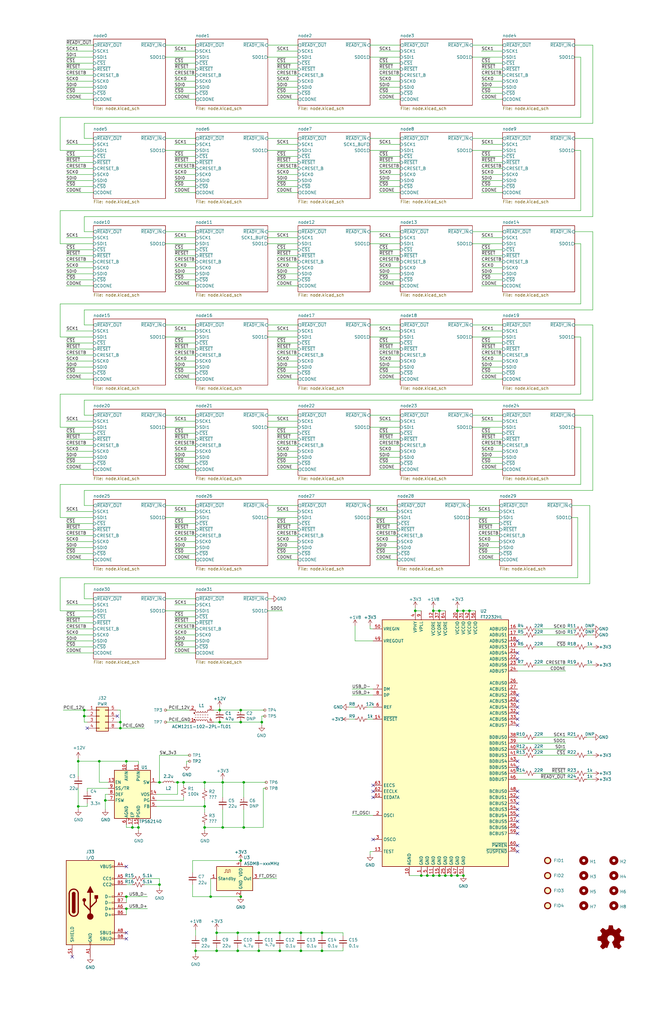
<source format=kicad_sch>
(kicad_sch (version 20211123) (generator eeschema)
  (paper "USLedger" portrait)
  (title_block (title "icepool-motherboard") (date "2022-02-13") (rev "CM4") (company "fourside.io"))
  (junction (at 193.04 369.57))
  (junction (at 35.56 302.26))
  (junction (at 102.87 349.25))
  (junction (at 177.8 369.57))
  (junction (at 195.58 257.81))
  (junction (at 175.26 257.81))
  (junction (at 50.8 307.34))
  (junction (at 101.6 299.72))
  (junction (at 88.9 378.46))
  (junction (at 53.34 378.46))
  (junction (at 180.34 369.57))
  (junction (at 193.04 257.81))
  (junction (at 91.44 393.7))
  (junction (at 33.02 340.36))
  (junction (at 135.89 401.32))
  (junction (at 190.5 369.57))
  (junction (at 53.34 383.54))
  (junction (at 185.42 257.81))
  (junction (at 92.71 304.8))
  (junction (at 127 393.7))
  (junction (at 110.49 304.8))
  (junction (at 101.6 363.22))
  (junction (at 55.88 349.25))
  (junction (at 91.44 401.32))
  (junction (at 100.33 393.7))
  (junction (at 109.22 393.7))
  (junction (at 101.6 378.46))
  (junction (at 198.12 257.81))
  (junction (at 58.42 349.25))
  (junction (at 93.98 330.2))
  (junction (at 100.33 401.32))
  (junction (at 195.58 369.57))
  (junction (at 86.36 330.2))
  (junction (at 35.56 299.72))
  (junction (at 67.31 330.2))
  (junction (at 93.98 349.25))
  (junction (at 187.96 369.57))
  (junction (at 50.8 304.8))
  (junction (at 135.89 393.7))
  (junction (at 101.6 304.8))
  (junction (at 185.42 369.57))
  (junction (at 44.45 337.82))
  (junction (at 74.93 330.2))
  (junction (at 182.88 257.81))
  (junction (at 127 401.32))
  (junction (at 41.91 321.31))
  (junction (at 118.11 393.7))
  (junction (at 109.22 401.32))
  (junction (at 182.88 369.57))
  (junction (at 53.34 321.31))
  (junction (at 102.87 330.2))
  (junction (at 86.36 340.36))
  (junction (at 33.02 321.31))
  (junction (at 82.55 401.32))
  (junction (at 86.36 349.25))
  (junction (at 67.31 373.38))
  (junction (at 118.11 401.32))
  (junction (at 77.47 330.2))
  (junction (at 92.71 299.72))
  (no_connect (at 218.44 334.01))
  (no_connect (at 218.44 336.55))
  (no_connect (at 36.83 307.34))
  (no_connect (at 53.34 365.76))
  (no_connect (at 218.44 300.99))
  (no_connect (at 218.44 351.79))
  (no_connect (at 218.44 346.71))
  (no_connect (at 218.44 295.91))
  (no_connect (at 218.44 270.51))
  (no_connect (at 218.44 344.17))
  (no_connect (at 218.44 275.59))
  (no_connect (at 53.34 396.24))
  (no_connect (at 218.44 356.87))
  (no_connect (at 157.48 354.33))
  (no_connect (at 218.44 306.07))
  (no_connect (at 218.44 341.63))
  (no_connect (at 218.44 293.37))
  (no_connect (at 218.44 349.25))
  (no_connect (at 218.44 339.09))
  (no_connect (at 218.44 321.31))
  (no_connect (at 218.44 323.85))
  (no_connect (at 218.44 303.53))
  (no_connect (at 218.44 298.45))
  (no_connect (at 53.34 393.7))
  (no_connect (at 218.44 278.13))
  (no_connect (at 30.48 403.86))
  (no_connect (at 49.53 302.26))
  (no_connect (at 157.48 334.01))
  (no_connect (at 157.48 336.55))
  (no_connect (at 157.48 331.47))
  (no_connect (at 218.44 359.41))
  (wire (pts (xy 156.21 218.44) (xy 167.64 218.44)))
  (wire (pts (xy 160.02 26.67) (xy 168.91 26.67)))
  (wire (pts (xy 110.49 304.8) (xy 110.49 306.07)))
  (wire (pts (xy 35.56 304.8) (xy 35.56 302.26)))
  (wire (pts (xy 160.02 105.41) (xy 168.91 105.41)))
  (wire (pts (xy 35.56 91.44) (xy 250.19 91.44)))
  (wire (pts (xy 39.37 175.26) (xy 35.56 175.26)))
  (wire (pts (xy 82.55 120.65) (xy 73.66 120.65)))
  (wire (pts (xy 135.89 401.32) (xy 127 401.32)))
  (wire (pts (xy 116.84 228.6) (xy 125.73 228.6)))
  (wire (pts (xy 218.44 311.15) (xy 220.98 311.15)))
  (wire (pts (xy 168.91 41.91) (xy 160.02 41.91)))
  (wire (pts (xy 116.84 223.52) (xy 125.73 223.52)))
  (wire (pts (xy 69.85 175.26) (xy 82.55 175.26)))
  (wire (pts (xy 88.9 370.84) (xy 88.9 378.46)))
  (wire (pts (xy 100.33 393.7) (xy 109.22 393.7)))
  (wire (pts (xy 116.84 185.42) (xy 125.73 185.42)))
  (wire (pts (xy 118.11 393.7) (xy 127 393.7)))
  (wire (pts (xy 55.88 347.98) (xy 55.88 349.25)))
  (wire (pts (xy 27.94 265.43) (xy 39.37 265.43)))
  (wire (pts (xy 203.2 154.94) (xy 212.09 154.94)))
  (wire (pts (xy 27.94 120.65) (xy 39.37 120.65)))
  (wire (pts (xy 125.73 195.58) (xy 116.84 195.58)))
  (wire (pts (xy 203.2 139.7) (xy 212.09 139.7)))
  (wire (pts (xy 149.86 303.53) (xy 147.32 303.53)))
  (wire (pts (xy 53.34 378.46) (xy 62.23 378.46)))
  (wire (pts (xy 125.73 31.75) (xy 116.84 31.75)))
  (wire (pts (xy 90.17 304.8) (xy 92.71 304.8)))
  (wire (pts (xy 53.34 349.25) (xy 53.34 347.98)))
  (wire (pts (xy 73.66 113.03) (xy 82.55 113.03)))
  (wire (pts (xy 73.66 267.97) (xy 82.55 267.97)))
  (wire (pts (xy 167.64 233.68) (xy 158.75 233.68)))
  (wire (pts (xy 27.94 273.05) (xy 39.37 273.05)))
  (wire (pts (xy 144.78 400.05) (xy 144.78 401.32)))
  (wire (pts (xy 212.09 195.58) (xy 203.2 195.58)))
  (wire (pts (xy 199.39 180.34) (xy 212.09 180.34)))
  (wire (pts (xy 41.91 321.31) (xy 53.34 321.31)))
  (wire (pts (xy 250.19 97.79) (xy 250.19 130.81)))
  (wire (pts (xy 74.93 335.28) (xy 74.93 330.2)))
  (wire (pts (xy 27.94 31.75) (xy 39.37 31.75)))
  (wire (pts (xy 82.55 39.37) (xy 73.66 39.37)))
  (wire (pts (xy 73.66 255.27) (xy 82.55 255.27)))
  (wire (pts (xy 247.65 328.93) (xy 250.19 328.93)))
  (wire (pts (xy 82.55 78.74) (xy 73.66 78.74)))
  (wire (pts (xy 25.4 243.84) (xy 243.84 243.84)))
  (wire (pts (xy 73.66 66.04) (xy 82.55 66.04)))
  (wire (pts (xy 27.94 226.06) (xy 39.37 226.06)))
  (wire (pts (xy 27.94 107.95) (xy 39.37 107.95)))
  (wire (pts (xy 203.2 68.58) (xy 212.09 68.58)))
  (wire (pts (xy 73.66 182.88) (xy 82.55 182.88)))
  (wire (pts (xy 203.2 193.04) (xy 212.09 193.04)))
  (wire (pts (xy 198.12 257.81) (xy 200.66 257.81)))
  (wire (pts (xy 226.06 326.39) (xy 242.57 326.39)))
  (wire (pts (xy 27.94 139.7) (xy 39.37 139.7)))
  (wire (pts (xy 160.02 60.96) (xy 168.91 60.96)))
  (wire (pts (xy 203.2 21.59) (xy 212.09 21.59)))
  (wire (pts (xy 27.94 76.2) (xy 39.37 76.2)))
  (wire (pts (xy 27.94 267.97) (xy 39.37 267.97)))
  (wire (pts (xy 226.06 267.97) (xy 242.57 267.97)))
  (wire (pts (xy 160.02 152.4) (xy 168.91 152.4)))
  (wire (pts (xy 182.88 369.57) (xy 185.42 369.57)))
  (wire (pts (xy 113.03 19.05) (xy 125.73 19.05)))
  (wire (pts (xy 218.44 265.43) (xy 220.98 265.43)))
  (wire (pts (xy 66.04 340.36) (xy 86.36 340.36)))
  (wire (pts (xy 226.06 311.15) (xy 242.57 311.15)))
  (wire (pts (xy 113.03 100.33) (xy 125.73 100.33)))
  (wire (pts (xy 73.66 29.21) (xy 82.55 29.21)))
  (wire (pts (xy 27.94 105.41) (xy 39.37 105.41)))
  (wire (pts (xy 247.65 318.77) (xy 250.19 318.77)))
  (wire (pts (xy 73.66 105.41) (xy 82.55 105.41)))
  (wire (pts (xy 69.85 213.36) (xy 82.55 213.36)))
  (wire (pts (xy 82.55 233.68) (xy 73.66 233.68)))
  (wire (pts (xy 81.28 363.22) (xy 101.6 363.22)))
  (wire (pts (xy 82.55 195.58) (xy 73.66 195.58)))
  (wire (pts (xy 125.73 157.48) (xy 116.84 157.48)))
  (wire (pts (xy 27.94 275.59) (xy 39.37 275.59)))
  (wire (pts (xy 168.91 157.48) (xy 160.02 157.48)))
  (wire (pts (xy 82.55 226.06) (xy 73.66 226.06)))
  (wire (pts (xy 156.21 175.26) (xy 168.91 175.26)))
  (wire (pts (xy 27.94 144.78) (xy 39.37 144.78)))
  (wire (pts (xy 93.98 330.2) (xy 102.87 330.2)))
  (wire (pts (xy 69.85 63.5) (xy 82.55 63.5)))
  (wire (pts (xy 86.36 330.2) (xy 86.36 332.74)))
  (wire (pts (xy 73.66 34.29) (xy 82.55 34.29)))
  (wire (pts (xy 27.94 110.49) (xy 39.37 110.49)))
  (wire (pts (xy 157.48 293.37) (xy 148.59 293.37)))
  (wire (pts (xy 199.39 142.24) (xy 212.09 142.24)))
  (wire (pts (xy 109.22 370.84) (xy 116.84 370.84)))
  (wire (pts (xy 248.92 213.36) (xy 248.92 246.38)))
  (wire (pts (xy 158.75 231.14) (xy 167.64 231.14)))
  (wire (pts (xy 212.09 39.37) (xy 203.2 39.37)))
  (wire (pts (xy 203.2 107.95) (xy 212.09 107.95)))
  (wire (pts (xy 212.09 81.28) (xy 203.2 81.28)))
  (wire (pts (xy 77.47 330.2) (xy 77.47 331.47)))
  (wire (pts (xy 180.34 369.57) (xy 182.88 369.57)))
  (wire (pts (xy 160.02 73.66) (xy 168.91 73.66)))
  (wire (pts (xy 101.6 299.72) (xy 111.76 299.72)))
  (wire (pts (xy 69.85 142.24) (xy 82.55 142.24)))
  (wire (pts (xy 218.44 326.39) (xy 220.98 326.39)))
  (wire (pts (xy 193.04 256.54) (xy 193.04 257.81)))
  (wire (pts (xy 201.93 223.52) (xy 210.82 223.52)))
  (wire (pts (xy 156.21 142.24) (xy 168.91 142.24)))
  (wire (pts (xy 35.56 302.26) (xy 36.83 302.26)))
  (wire (pts (xy 53.34 383.54) (xy 53.34 386.08)))
  (wire (pts (xy 27.94 118.11) (xy 39.37 118.11)))
  (wire (pts (xy 247.65 311.15) (xy 250.19 311.15)))
  (wire (pts (xy 27.94 255.27) (xy 39.37 255.27)))
  (wire (pts (xy 168.91 118.11) (xy 160.02 118.11)))
  (wire (pts (xy 203.2 29.21) (xy 212.09 29.21)))
  (wire (pts (xy 35.56 91.44) (xy 35.56 97.79)))
  (wire (pts (xy 168.91 120.65) (xy 160.02 120.65)))
  (wire (pts (xy 27.94 215.9) (xy 39.37 215.9)))
  (wire (pts (xy 25.4 63.5) (xy 39.37 63.5)))
  (wire (pts (xy 203.2 152.4) (xy 212.09 152.4)))
  (wire (pts (xy 113.03 218.44) (xy 125.73 218.44)))
  (wire (pts (xy 156.21 97.79) (xy 168.91 97.79)))
  (wire (pts (xy 116.84 147.32) (xy 125.73 147.32)))
  (wire (pts (xy 203.2 73.66) (xy 212.09 73.66)))
  (wire (pts (xy 116.84 34.29) (xy 125.73 34.29)))
  (wire (pts (xy 156.21 102.87) (xy 168.91 102.87)))
  (wire (pts (xy 190.5 369.57) (xy 193.04 369.57)))
  (wire (pts (xy 199.39 19.05) (xy 212.09 19.05)))
  (wire (pts (xy 199.39 63.5) (xy 212.09 63.5)))
  (wire (pts (xy 241.3 213.36) (xy 248.92 213.36)))
  (wire (pts (xy 168.91 31.75) (xy 160.02 31.75)))
  (wire (pts (xy 199.39 137.16) (xy 212.09 137.16)))
  (wire (pts (xy 69.85 257.81) (xy 82.55 257.81)))
  (wire (pts (xy 27.94 115.57) (xy 39.37 115.57)))
  (wire (pts (xy 113.03 252.73) (xy 114.3 252.73)))
  (wire (pts (xy 73.66 60.96) (xy 82.55 60.96)))
  (wire (pts (xy 218.44 313.69) (xy 238.76 313.69)))
  (wire (pts (xy 241.3 218.44) (xy 243.84 218.44)))
  (wire (pts (xy 193.04 257.81) (xy 195.58 257.81)))
  (wire (pts (xy 50.8 299.72) (xy 50.8 304.8)))
  (wire (pts (xy 116.84 193.04) (xy 125.73 193.04)))
  (wire (pts (xy 149.86 270.51) (xy 157.48 270.51)))
  (wire (pts (xy 55.88 349.25) (xy 53.34 349.25)))
  (wire (pts (xy 82.55 400.05) (xy 82.55 401.32)))
  (wire (pts (xy 212.09 31.75) (xy 203.2 31.75)))
  (wire (pts (xy 27.94 34.29) (xy 39.37 34.29)))
  (wire (pts (xy 113.03 63.5) (xy 125.73 63.5)))
  (wire (pts (xy 73.66 262.89) (xy 82.55 262.89)))
  (wire (pts (xy 27.94 78.74) (xy 39.37 78.74)))
  (wire (pts (xy 73.66 139.7) (xy 82.55 139.7)))
  (wire (pts (xy 25.4 142.24) (xy 25.4 128.27)))
  (wire (pts (xy 67.31 370.84) (xy 67.31 373.38)))
  (wire (pts (xy 27.94 24.13) (xy 39.37 24.13)))
  (wire (pts (xy 69.85 180.34) (xy 82.55 180.34)))
  (wire (pts (xy 67.31 318.77) (xy 80.01 318.77)))
  (wire (pts (xy 82.55 275.59) (xy 73.66 275.59)))
  (wire (pts (xy 25.4 102.87) (xy 39.37 102.87)))
  (wire (pts (xy 168.91 71.12) (xy 160.02 71.12)))
  (wire (pts (xy 69.85 97.79) (xy 82.55 97.79)))
  (wire (pts (xy 167.64 236.22) (xy 158.75 236.22)))
  (wire (pts (xy 35.56 168.91) (xy 35.56 175.26)))
  (wire (pts (xy 82.55 31.75) (xy 73.66 31.75)))
  (wire (pts (xy 27.94 154.94) (xy 39.37 154.94)))
  (wire (pts (xy 116.84 105.41) (xy 125.73 105.41)))
  (wire (pts (xy 35.56 130.81) (xy 35.56 137.16)))
  (wire (pts (xy 25.4 49.53) (xy 245.11 49.53)))
  (wire (pts (xy 73.66 68.58) (xy 82.55 68.58)))
  (wire (pts (xy 160.02 190.5) (xy 168.91 190.5)))
  (wire (pts (xy 102.87 349.25) (xy 111.125 349.25)))
  (wire (pts (xy 33.02 321.31) (xy 33.02 327.66)))
  (wire (pts (xy 116.84 152.4) (xy 125.73 152.4)))
  (wire (pts (xy 160.02 107.95) (xy 168.91 107.95)))
  (wire (pts (xy 73.66 223.52) (xy 82.55 223.52)))
  (wire (pts (xy 33.02 320.04) (xy 33.02 321.31)))
  (wire (pts (xy 203.2 144.78) (xy 212.09 144.78)))
  (wire (pts (xy 73.66 115.57) (xy 82.55 115.57)))
  (wire (pts (xy 203.2 36.83) (xy 212.09 36.83)))
  (wire (pts (xy 168.91 78.74) (xy 160.02 78.74)))
  (wire (pts (xy 49.53 307.34) (xy 50.8 307.34)))
  (wire (pts (xy 118.11 394.97) (xy 118.11 393.7)))
  (wire (pts (xy 73.66 100.33) (xy 82.55 100.33)))
  (wire (pts (xy 35.56 246.38) (xy 35.56 252.73)))
  (wire (pts (xy 195.58 257.81) (xy 198.12 257.81)))
  (wire (pts (xy 86.36 340.36) (xy 86.36 337.82)))
  (wire (pts (xy 116.84 66.04) (xy 125.73 66.04)))
  (wire (pts (xy 116.84 21.59) (xy 125.73 21.59)))
  (wire (pts (xy 93.98 330.2) (xy 93.98 328.93)))
  (wire (pts (xy 125.73 226.06) (xy 116.84 226.06)))
  (wire (pts (xy 242.57 180.34) (xy 245.11 180.34)))
  (wire (pts (xy 27.94 228.6) (xy 39.37 228.6)))
  (wire (pts (xy 82.55 198.12) (xy 73.66 198.12)))
  (wire (pts (xy 203.2 190.5) (xy 212.09 190.5)))
  (wire (pts (xy 35.56 137.16) (xy 39.37 137.16)))
  (wire (pts (xy 203.2 26.67) (xy 212.09 26.67)))
  (wire (pts (xy 112.395 332.74) (xy 111.125 332.74)))
  (wire (pts (xy 185.42 257.81) (xy 187.96 257.81)))
  (wire (pts (xy 125.73 78.74) (xy 116.84 78.74)))
  (wire (pts (xy 49.53 304.8) (xy 50.8 304.8)))
  (wire (pts (xy 116.84 76.2) (xy 125.73 76.2)))
  (wire (pts (xy 116.84 29.21) (xy 125.73 29.21)))
  (wire (pts (xy 77.47 336.55) (xy 77.47 337.82)))
  (wire (pts (xy 27.94 81.28) (xy 39.37 81.28)))
  (wire (pts (xy 27.94 68.58) (xy 39.37 68.58)))
  (wire (pts (xy 73.66 73.66) (xy 82.55 73.66)))
  (wire (pts (xy 157.48 290.83) (xy 148.59 290.83)))
  (wire (pts (xy 44.45 337.82) (xy 44.45 341.63)))
  (wire (pts (xy 27.94 147.32) (xy 39.37 147.32)))
  (wire (pts (xy 100.33 401.32) (xy 109.22 401.32)))
  (wire (pts (xy 201.93 220.98) (xy 210.82 220.98)))
  (wire (pts (xy 88.9 378.46) (xy 101.6 378.46)))
  (wire (pts (xy 199.39 175.26) (xy 212.09 175.26)))
  (wire (pts (xy 226.06 265.43) (xy 242.57 265.43)))
  (wire (pts (xy 201.93 228.6) (xy 210.82 228.6)))
  (wire (pts (xy 226.06 273.05) (xy 242.57 273.05)))
  (wire (pts (xy 125.73 233.68) (xy 116.84 233.68)))
  (wire (pts (xy 218.44 283.21) (xy 238.76 283.21)))
  (wire (pts (xy 154.94 303.53) (xy 157.48 303.53)))
  (wire (pts (xy 116.84 26.67) (xy 125.73 26.67)))
  (wire (pts (xy 50.8 307.34) (xy 60.96 307.34)))
  (wire (pts (xy 35.56 52.07) (xy 250.19 52.07)))
  (wire (pts (xy 73.66 149.86) (xy 82.55 149.86)))
  (wire (pts (xy 93.98 341.63) (xy 93.98 349.25)))
  (wire (pts (xy 44.45 335.28) (xy 44.45 337.82)))
  (wire (pts (xy 88.9 378.46) (xy 81.28 378.46)))
  (wire (pts (xy 113.03 97.79) (xy 125.73 97.79)))
  (wire (pts (xy 116.84 107.95) (xy 125.73 107.95)))
  (wire (pts (xy 116.84 220.98) (xy 125.73 220.98)))
  (wire (pts (xy 160.02 185.42) (xy 168.91 185.42)))
  (wire (pts (xy 73.66 190.5) (xy 82.55 190.5)))
  (wire (pts (xy 27.94 233.68) (xy 39.37 233.68)))
  (wire (pts (xy 113.03 180.34) (xy 125.73 180.34)))
  (wire (pts (xy 160.02 182.88) (xy 168.91 182.88)))
  (wire (pts (xy 26.67 299.72) (xy 35.56 299.72)))
  (wire (pts (xy 177.8 369.57) (xy 180.34 369.57)))
  (wire (pts (xy 157.48 359.41) (xy 156.21 359.41)))
  (wire (pts (xy 58.42 321.31) (xy 58.42 322.58)))
  (wire (pts (xy 27.94 185.42) (xy 39.37 185.42)))
  (wire (pts (xy 218.44 280.67) (xy 220.98 280.67)))
  (wire (pts (xy 86.36 349.25) (xy 93.98 349.25)))
  (wire (pts (xy 160.02 68.58) (xy 168.91 68.58)))
  (wire (pts (xy 247.65 326.39) (xy 250.19 326.39)))
  (wire (pts (xy 158.75 223.52) (xy 167.64 223.52)))
  (wire (pts (xy 203.2 105.41) (xy 212.09 105.41)))
  (wire (pts (xy 74.93 330.2) (xy 73.66 330.2)))
  (wire (pts (xy 167.64 226.06) (xy 158.75 226.06)))
  (wire (pts (xy 82.55 401.32) (xy 82.55 402.59)))
  (wire (pts (xy 135.89 400.05) (xy 135.89 401.32)))
  (wire (pts (xy 27.94 29.21) (xy 39.37 29.21)))
  (wire (pts (xy 203.2 147.32) (xy 212.09 147.32)))
  (wire (pts (xy 218.44 267.97) (xy 220.98 267.97)))
  (wire (pts (xy 41.91 330.2) (xy 41.91 321.31)))
  (wire (pts (xy 156.21 63.5) (xy 168.91 63.5)))
  (wire (pts (xy 203.2 60.96) (xy 212.09 60.96)))
  (wire (pts (xy 158.75 215.9) (xy 167.64 215.9)))
  (wire (pts (xy 25.4 180.34) (xy 39.37 180.34)))
  (wire (pts (xy 25.4 218.44) (xy 39.37 218.44)))
  (wire (pts (xy 156.21 24.13) (xy 168.91 24.13)))
  (wire (pts (xy 69.85 102.87) (xy 82.55 102.87)))
  (wire (pts (xy 27.94 152.4) (xy 39.37 152.4)))
  (wire (pts (xy 198.12 213.36) (xy 210.82 213.36)))
  (wire (pts (xy 82.55 118.11) (xy 73.66 118.11)))
  (wire (pts (xy 127 393.7) (xy 127 394.97)))
  (wire (pts (xy 81.28 378.46) (xy 81.28 373.38)))
  (wire (pts (xy 247.65 280.67) (xy 250.19 280.67)))
  (wire (pts (xy 242.57 102.87) (xy 245.11 102.87)))
  (wire (pts (xy 242.57 63.5) (xy 245.11 63.5)))
  (wire (pts (xy 27.94 260.35) (xy 39.37 260.35)))
  (wire (pts (xy 203.2 100.33) (xy 212.09 100.33)))
  (wire (pts (xy 160.02 147.32) (xy 168.91 147.32)))
  (wire (pts (xy 125.73 39.37) (xy 116.84 39.37)))
  (wire (pts (xy 116.84 68.58) (xy 125.73 68.58)))
  (wire (pts (xy 212.09 149.86) (xy 203.2 149.86)))
  (wire (pts (xy 73.66 193.04) (xy 82.55 193.04)))
  (wire (pts (xy 250.19 19.05) (xy 250.19 52.07)))
  (wire (pts (xy 69.85 58.42) (xy 82.55 58.42)))
  (wire (pts (xy 135.89 393.7) (xy 144.78 393.7)))
  (wire (pts (xy 73.66 215.9) (xy 82.55 215.9)))
  (wire (pts (xy 212.09 198.12) (xy 203.2 198.12)))
  (wire (pts (xy 156.21 359.41) (xy 156.21 360.68)))
  (wire (pts (xy 212.09 71.12) (xy 203.2 71.12)))
  (wire (pts (xy 73.66 260.35) (xy 82.55 260.35)))
  (wire (pts (xy 33.02 321.31) (xy 41.91 321.31)))
  (wire (pts (xy 201.93 231.14) (xy 210.82 231.14)))
  (wire (pts (xy 73.66 26.67) (xy 82.55 26.67)))
  (wire (pts (xy 187.96 369.57) (xy 190.5 369.57)))
  (wire (pts (xy 160.02 144.78) (xy 168.91 144.78)))
  (wire (pts (xy 160.02 76.2) (xy 168.91 76.2)))
  (wire (pts (xy 116.84 190.5) (xy 125.73 190.5)))
  (wire (pts (xy 36.83 339.09) (xy 36.83 340.36)))
  (wire (pts (xy 218.44 328.93) (xy 242.57 328.93)))
  (wire (pts (xy 36.83 332.74) (xy 45.72 332.74)))
  (wire (pts (xy 44.45 337.82) (xy 45.72 337.82)))
  (wire (pts (xy 212.09 160.02) (xy 203.2 160.02)))
  (wire (pts (xy 116.84 115.57) (xy 125.73 115.57)))
  (wire (pts (xy 203.2 182.88) (xy 212.09 182.88)))
  (wire (pts (xy 66.04 337.82) (xy 77.47 337.82)))
  (wire (pts (xy 250.19 58.42) (xy 250.19 91.44)))
  (wire (pts (xy 245.11 24.13) (xy 245.11 49.53)))
  (wire (pts (xy 73.66 154.94) (xy 82.55 154.94)))
  (wire (pts (xy 27.94 160.02) (xy 39.37 160.02)))
  (wire (pts (xy 242.57 58.42) (xy 250.19 58.42)))
  (wire (pts (xy 92.71 304.8) (xy 101.6 304.8)))
  (wire (pts (xy 110.49 302.26) (xy 111.76 302.26)))
  (wire (pts (xy 175.26 256.54) (xy 175.26 257.81)))
  (wire (pts (xy 203.2 115.57) (xy 212.09 115.57)))
  (wire (pts (xy 156.21 19.05) (xy 168.91 19.05)))
  (wire (pts (xy 218.44 318.77) (xy 220.98 318.77)))
  (wire (pts (xy 27.94 270.51) (xy 39.37 270.51)))
  (wire (pts (xy 210.82 233.68) (xy 201.93 233.68)))
  (wire (pts (xy 218.44 273.05) (xy 220.98 273.05)))
  (wire (pts (xy 203.2 177.8) (xy 212.09 177.8)))
  (wire (pts (xy 58.42 349.25) (xy 55.88 349.25)))
  (wire (pts (xy 168.91 110.49) (xy 160.02 110.49)))
  (wire (pts (xy 113.03 257.81) (xy 119.38 257.81)))
  (wire (pts (xy 116.84 60.96) (xy 125.73 60.96)))
  (wire (pts (xy 91.44 400.05) (xy 91.44 401.32)))
  (wire (pts (xy 93.98 349.25) (xy 102.87 349.25)))
  (wire (pts (xy 60.96 373.38) (xy 67.31 373.38)))
  (wire (pts (xy 116.84 73.66) (xy 125.73 73.66)))
  (wire (pts (xy 100.33 401.32) (xy 100.33 400.05)))
  (wire (pts (xy 125.73 236.22) (xy 116.84 236.22)))
  (wire (pts (xy 91.44 393.7) (xy 91.44 394.97)))
  (wire (pts (xy 60.96 370.84) (xy 67.31 370.84)))
  (wire (pts (xy 199.39 97.79) (xy 212.09 97.79)))
  (wire (pts (xy 73.66 144.78) (xy 82.55 144.78)))
  (wire (pts (xy 102.87 341.63) (xy 102.87 349.25)))
  (wire (pts (xy 73.66 76.2) (xy 82.55 76.2)))
  (wire (pts (xy 53.34 373.38) (xy 55.88 373.38)))
  (wire (pts (xy 160.02 100.33) (xy 168.91 100.33)))
  (wire (pts (xy 245.11 142.24) (xy 245.11 166.37)))
  (wire (pts (xy 77.47 330.2) (xy 86.36 330.2)))
  (wire (pts (xy 27.94 149.86) (xy 39.37 149.86)))
  (wire (pts (xy 156.21 264.16) (xy 156.21 265.43)))
  (wire (pts (xy 27.94 39.37) (xy 39.37 39.37)))
  (wire (pts (xy 116.84 154.94) (xy 125.73 154.94)))
  (wire (pts (xy 78.74 321.31) (xy 80.01 321.31)))
  (wire (pts (xy 27.94 60.96) (xy 39.37 60.96)))
  (wire (pts (xy 25.4 142.24) (xy 39.37 142.24)))
  (wire (pts (xy 109.22 401.32) (xy 118.11 401.32)))
  (wire (pts (xy 149.86 298.45) (xy 147.32 298.45)))
  (wire (pts (xy 25.4 257.81) (xy 39.37 257.81)))
  (wire (pts (xy 125.73 118.11) (xy 116.84 118.11)))
  (wire (pts (xy 27.94 236.22) (xy 39.37 236.22)))
  (wire (pts (xy 25.4 88.9) (xy 245.11 88.9)))
  (wire (pts (xy 82.55 265.43) (xy 73.66 265.43)))
  (wire (pts (xy 168.91 160.02) (xy 160.02 160.02)))
  (wire (pts (xy 144.78 393.7) (xy 144.78 394.97)))
  (wire (pts (xy 53.34 322.58) (xy 53.34 321.31)))
  (wire (pts (xy 113.03 102.87) (xy 125.73 102.87)))
  (wire (pts (xy 160.02 193.04) (xy 168.91 193.04)))
  (wire (pts (xy 226.06 280.67) (xy 242.57 280.67)))
  (wire (pts (xy 25.4 257.81) (xy 25.4 243.84)))
  (wire (pts (xy 135.89 393.7) (xy 135.89 394.97)))
  (wire (pts (xy 168.91 149.86) (xy 160.02 149.86)))
  (wire (pts (xy 116.84 231.14) (xy 125.73 231.14)))
  (wire (pts (xy 27.94 187.96) (xy 39.37 187.96)))
  (wire (pts (xy 35.56 97.79) (xy 39.37 97.79)))
  (wire (pts (xy 156.21 137.16) (xy 168.91 137.16)))
  (wire (pts (xy 116.84 182.88) (xy 125.73 182.88)))
  (wire (pts (xy 35.56 246.38) (xy 248.92 246.38)))
  (wire (pts (xy 226.06 316.23) (xy 238.76 316.23)))
  (wire (pts (xy 53.34 383.54) (xy 62.23 383.54)))
  (wire (pts (xy 203.2 66.04) (xy 212.09 66.04)))
  (wire (pts (xy 82.55 110.49) (xy 73.66 110.49)))
  (wire (pts (xy 203.2 185.42) (xy 212.09 185.42)))
  (wire (pts (xy 39.37 58.42) (xy 35.56 58.42)))
  (wire (pts (xy 247.65 267.97) (xy 250.19 267.97)))
  (wire (pts (xy 245.11 102.87) (xy 245.11 128.27)))
  (wire (pts (xy 116.84 144.78) (xy 125.73 144.78)))
  (wire (pts (xy 27.94 182.88) (xy 39.37 182.88)))
  (wire (pts (xy 35.56 299.72) (xy 36.83 299.72)))
  (wire (pts (xy 201.93 215.9) (xy 210.82 215.9)))
  (wire (pts (xy 160.02 154.94) (xy 168.91 154.94)))
  (wire (pts (xy 172.72 369.57) (xy 177.8 369.57)))
  (wire (pts (xy 182.88 256.54) (xy 182.88 257.81)))
  (wire (pts (xy 53.34 370.84) (xy 55.88 370.84)))
  (wire (pts (xy 50.8 304.8) (xy 50.8 307.34)))
  (wire (pts (xy 25.4 180.34) (xy 25.4 166.37)))
  (wire (pts (xy 92.71 299.72) (xy 101.6 299.72)))
  (wire (pts (xy 27.94 157.48) (xy 39.37 157.48)))
  (wire (pts (xy 93.98 330.2) (xy 93.98 336.55)))
  (wire (pts (xy 25.4 102.87) (xy 25.4 88.9)))
  (wire (pts (xy 35.56 207.01) (xy 250.19 207.01)))
  (wire (pts (xy 27.94 71.12) (xy 39.37 71.12)))
  (wire (pts (xy 69.85 19.05) (xy 82.55 19.05)))
  (wire (pts (xy 158.75 220.98) (xy 167.64 220.98)))
  (wire (pts (xy 27.94 41.91) (xy 39.37 41.91)))
  (wire (pts (xy 69.85 304.8) (xy 80.01 304.8)))
  (wire (pts (xy 86.36 350.52) (xy 86.36 349.25)))
  (wire (pts (xy 27.94 26.67) (xy 39.37 26.67)))
  (wire (pts (xy 73.66 21.59) (xy 82.55 21.59)))
  (wire (pts (xy 69.85 218.44) (xy 82.55 218.44)))
  (wire (pts (xy 53.34 378.46) (xy 53.34 381)))
  (wire (pts (xy 25.4 128.27) (xy 245.11 128.27)))
  (wire (pts (xy 113.03 139.7) (xy 125.73 139.7)))
  (wire (pts (xy 91.44 392.43) (xy 91.44 393.7)))
  (wire (pts (xy 113.03 24.13) (xy 125.73 24.13)))
  (wire (pts (xy 127 400.05) (xy 127 401.32)))
  (wire (pts (xy 45.72 330.2) (xy 41.91 330.2)))
  (wire (pts (xy 125.73 198.12) (xy 116.84 198.12)))
  (wire (pts (xy 116.84 36.83) (xy 125.73 36.83)))
  (wire (pts (xy 175.26 257.81) (xy 177.8 257.81)))
  (wire (pts (xy 82.55 71.12) (xy 73.66 71.12)))
  (wire (pts (xy 125.73 187.96) (xy 116.84 187.96)))
  (wire (pts (xy 27.94 193.04) (xy 39.37 193.04)))
  (wire (pts (xy 73.66 185.42) (xy 82.55 185.42)))
  (wire (pts (xy 27.94 36.83) (xy 39.37 36.83)))
  (wire (pts (xy 67.31 318.77) (xy 67.31 330.2)))
  (wire (pts (xy 82.55 236.22) (xy 73.66 236.22)))
  (wire (pts (xy 36.83 332.74) (xy 36.83 334.01)))
  (wire (pts (xy 27.94 262.89) (xy 39.37 262.89)))
  (wire (pts (xy 226.06 318.77) (xy 242.57 318.77)))
  (wire (pts (xy 199.39 24.13) (xy 212.09 24.13)))
  (wire (pts (xy 160.02 36.83) (xy 168.91 36.83)))
  (wire (pts (xy 25.4 204.47) (xy 245.11 204.47)))
  (wire (pts (xy 73.66 157.48) (xy 82.55 157.48)))
  (wire (pts (xy 82.55 392.43) (xy 82.55 394.97)))
  (wire (pts (xy 199.39 102.87) (xy 212.09 102.87)))
  (wire (pts (xy 193.04 369.57) (xy 195.58 369.57)))
  (wire (pts (xy 90.17 299.72) (xy 92.71 299.72)))
  (wire (pts (xy 73.66 220.98) (xy 82.55 220.98)))
  (wire (pts (xy 210.82 226.06) (xy 201.93 226.06)))
  (wire (pts (xy 125.73 149.86) (xy 116.84 149.86)))
  (wire (pts (xy 58.42 347.98) (xy 58.42 349.25)))
  (wire (pts (xy 168.91 81.28) (xy 160.02 81.28)))
  (wire (pts (xy 160.02 177.8) (xy 168.91 177.8)))
  (wire (pts (xy 250.19 175.26) (xy 250.19 207.01)))
  (wire (pts (xy 27.94 223.52) (xy 39.37 223.52)))
  (wire (pts (xy 110.49 302.26) (xy 110.49 304.8)))
  (wire (pts (xy 27.94 19.05) (xy 39.37 19.05)))
  (wire (pts (xy 113.03 177.8) (xy 125.73 177.8)))
  (wire (pts (xy 101.6 304.8) (xy 110.49 304.8)))
  (wire (pts (xy 242.57 97.79) (xy 250.19 97.79)))
  (wire (pts (xy 102.87 336.55) (xy 102.87 330.2)))
  (wire (pts (xy 160.02 34.29) (xy 168.91 34.29)))
  (wire (pts (xy 212.09 120.65) (xy 203.2 120.65)))
  (wire (pts (xy 185.42 369.57) (xy 187.96 369.57)))
  (wire (pts (xy 49.53 299.72) (xy 50.8 299.72)))
  (wire (pts (xy 36.83 340.36) (xy 33.02 340.36)))
  (wire (pts (xy 27.94 195.58) (xy 39.37 195.58)))
  (wire (pts (xy 27.94 73.66) (xy 39.37 73.66)))
  (wire (pts (xy 67.31 330.2) (xy 68.58 330.2)))
  (wire (pts (xy 160.02 113.03) (xy 168.91 113.03)))
  (wire (pts (xy 100.33 393.7) (xy 91.44 393.7)))
  (wire (pts (xy 69.85 299.72) (xy 80.01 299.72)))
  (wire (pts (xy 158.75 228.6) (xy 167.64 228.6)))
  (wire (pts (xy 125.73 120.65) (xy 116.84 120.65)))
  (wire (pts (xy 35.56 252.73) (xy 39.37 252.73)))
  (wire (pts (xy 144.78 401.32) (xy 135.89 401.32)))
  (wire (pts (xy 113.03 58.42) (xy 125.73 58.42)))
  (wire (pts (xy 125.73 41.91) (xy 116.84 41.91)))
  (wire (pts (xy 109.22 400.05) (xy 109.22 401.32)))
  (wire (pts (xy 198.12 218.44) (xy 210.82 218.44)))
  (wire (pts (xy 78.74 322.58) (xy 78.74 321.31)))
  (wire (pts (xy 160.02 21.59) (xy 168.91 21.59)))
  (wire (pts (xy 127 393.7) (xy 135.89 393.7)))
  (wire (pts (xy 199.39 58.42) (xy 212.09 58.42)))
  (wire (pts (xy 45.72 335.28) (xy 44.45 335.28)))
  (wire (pts (xy 25.4 218.44) (xy 25.4 204.47)))
  (wire (pts (xy 27.94 177.8) (xy 39.37 177.8)))
  (wire (pts (xy 168.91 39.37) (xy 160.02 39.37)))
  (wire (pts (xy 203.2 76.2) (xy 212.09 76.2)))
  (wire (pts (xy 27.94 198.12) (xy 39.37 198.12)))
  (wire (pts (xy 73.66 231.14) (xy 82.55 231.14)))
  (wire (pts (xy 86.36 330.2) (xy 93.98 330.2)))
  (wire (pts (xy 182.88 257.81) (xy 185.42 257.81)))
  (wire (pts (xy 35.56 302.26) (xy 35.56 299.72)))
  (wire (pts (xy 125.73 110.49) (xy 116.84 110.49)))
  (wire (pts (xy 27.94 231.14) (xy 39.37 231.14)))
  (wire (pts (xy 67.31 373.38) (xy 67.31 374.65)))
  (wire (pts (xy 27.94 66.04) (xy 39.37 66.04)))
  (wire (pts (xy 242.57 142.24) (xy 245.11 142.24)))
  (wire (pts (xy 160.02 66.04) (xy 168.91 66.04)))
  (wire (pts (xy 82.55 81.28) (xy 73.66 81.28)))
  (wire (pts (xy 154.94 298.45) (xy 157.48 298.45)))
  (wire (pts (xy 25.4 63.5) (xy 25.4 49.53)))
  (wire (pts (xy 33.02 340.36) (xy 33.02 341.63)))
  (wire (pts (xy 212.09 78.74) (xy 203.2 78.74)))
  (wire (pts (xy 27.94 100.33) (xy 39.37 100.33)))
  (wire (pts (xy 73.66 177.8) (xy 82.55 177.8)))
  (wire (pts (xy 73.66 36.83) (xy 82.55 36.83)))
  (wire (pts (xy 156.21 265.43) (xy 157.48 265.43)))
  (wire (pts (xy 113.03 137.16) (xy 125.73 137.16)))
  (wire (pts (xy 160.02 29.21) (xy 168.91 29.21)))
  (wire (pts (xy 74.93 330.2) (xy 77.47 330.2)))
  (wire (pts (xy 102.87 330.2) (xy 112.395 330.2)))
  (wire (pts (xy 73.66 160.02) (xy 82.55 160.02)))
  (wire (pts (xy 168.91 187.96) (xy 160.02 187.96)))
  (wire (pts (xy 148.59 344.17) (xy 157.48 344.17)))
  (wire (pts (xy 58.42 350.52) (xy 58.42 349.25)))
  (wire (pts (xy 212.09 110.49) (xy 203.2 110.49)))
  (wire (pts (xy 245.11 63.5) (xy 245.11 88.9)))
  (wire (pts (xy 125.73 160.02) (xy 116.84 160.02)))
  (wire (pts (xy 69.85 137.16) (xy 82.55 137.16)))
  (wire (pts (xy 82.55 273.05) (xy 73.66 273.05)))
  (wire (pts (xy 160.02 115.57) (xy 168.91 115.57)))
  (wire (pts (xy 247.65 265.43) (xy 250.19 265.43)))
  (wire (pts (xy 247.65 273.05) (xy 250.19 273.05)))
  (wire (pts (xy 156.21 213.36) (xy 167.64 213.36)))
  (wire (pts (xy 66.04 330.2) (xy 67.31 330.2)))
  (wire (pts (xy 212.09 118.11) (xy 203.2 118.11)))
  (wire (pts (xy 27.94 21.59) (xy 39.37 21.59)))
  (wire (pts (xy 203.2 113.03) (xy 212.09 113.03)))
  (wire (pts (xy 73.66 270.51) (xy 82.55 270.51)))
  (wire (pts (xy 100.33 393.7) (xy 100.33 394.97)))
  (wire (pts (xy 91.44 401.32) (xy 100.33 401.32)))
  (wire (pts (xy 250.19 137.16) (xy 250.19 168.91)))
  (wire (pts (xy 27.94 220.98) (xy 39.37 220.98)))
  (wire (pts (xy 73.66 228.6) (xy 82.55 228.6)))
  (wire (pts (xy 149.86 264.16) (xy 149.86 270.51)))
  (wire (pts (xy 35.56 207.01) (xy 35.56 213.36)))
  (wire (pts (xy 116.84 113.03) (xy 125.73 113.03)))
  (wire (pts (xy 168.91 195.58) (xy 160.02 195.58)))
  (wire (pts (xy 73.66 107.95) (xy 82.55 107.95)))
  (wire (pts (xy 203.2 34.29) (xy 212.09 34.29)))
  (wire (pts (xy 35.56 168.91) (xy 250.19 168.91)))
  (wire (pts (xy 113.03 142.24) (xy 125.73 142.24)))
  (wire (pts (xy 156.21 180.34) (xy 168.91 180.34)))
  (wire (pts (xy 113.03 213.36) (xy 125.73 213.36)))
  (wire (pts (xy 212.09 157.48) (xy 203.2 157.48)))
  (wire (pts (xy 242.57 137.16) (xy 250.19 137.16)))
  (wire (pts (xy 125.73 81.28) (xy 116.84 81.28)))
  (wire (pts (xy 35.56 130.81) (xy 250.19 130.81)))
  (wire (pts (xy 82.55 187.96) (xy 73.66 187.96)))
  (wire (pts (xy 36.83 304.8) (xy 35.56 304.8)))
  (wire (pts (xy 111.125 332.74) (xy 111.125 349.25)))
  (wire (pts (xy 73.66 152.4) (xy 82.55 152.4)))
  (wire (pts (xy 81.28 363.22) (xy 81.28 368.3)))
  (wire (pts (xy 25.4 166.37) (xy 245.11 166.37)))
  (wire (pts (xy 92.71 298.45) (xy 92.71 299.72)))
  (wire (pts (xy 116.84 215.9) (xy 125.73 215.9)))
  (wire (pts (xy 127 401.32) (xy 118.11 401.32)))
  (wire (pts (xy 212.09 41.91) (xy 203.2 41.91)))
  (wire (pts (xy 86.36 340.36) (xy 86.36 342.9)))
  (wire (pts (xy 113.03 175.26) (xy 125.73 175.26)))
  (wire (pts (xy 218.44 316.23) (xy 220.98 316.23)))
  (wire (pts (xy 27.94 190.5) (xy 39.37 190.5)))
  (wire (pts (xy 35.56 213.36) (xy 39.37 213.36)))
  (wire (pts (xy 82.55 401.32) (xy 91.44 401.32)))
  (wire (pts (xy 53.34 321.31) (xy 58.42 321.31)))
  (wire (pts (xy 82.55 41.91) (xy 73.66 41.91)))
  (wire (pts (xy 109.22 393.7) (xy 118.11 393.7)))
  (wire (pts (xy 245.11 180.34) (xy 245.11 204.47)))
  (wire (pts (xy 160.02 139.7) (xy 168.91 139.7)))
  (wire (pts (xy 210.82 236.22) (xy 201.93 236.22)))
  (wire (pts (xy 212.09 187.96) (xy 203.2 187.96)))
  (wire (pts (xy 242.57 19.05) (xy 250.19 19.05)))
  (wire (pts (xy 33.02 332.74) (xy 33.02 340.36)))
  (wire (pts (xy 242.57 24.13) (xy 245.11 24.13)))
  (wire (pts (xy 69.85 24.13) (xy 82.55 24.13)))
  (wire (pts (xy 156.21 58.42) (xy 168.91 58.42)))
  (wire (pts (xy 73.66 147.32) (xy 82.55 147.32)))
  (wire (pts (xy 118.11 401.32) (xy 118.11 400.05)))
  (wire (pts (xy 27.94 113.03) (xy 39.37 113.03)))
  (wire (pts (xy 243.84 218.44) (xy 243.84 243.84)))
  (wire (pts (xy 66.04 335.28) (xy 74.93 335.28)))
  (wire (pts (xy 109.22 393.7) (xy 109.22 394.97)))
  (wire (pts (xy 168.91 198.12) (xy 160.02 198.12)))
  (wire (pts (xy 35.56 58.42) (xy 35.56 52.07)))
  (wire (pts (xy 86.36 349.25) (xy 86.36 347.98)))
  (wire (pts (xy 125.73 71.12) (xy 116.84 71.12)))
  (wire (pts (xy 69.85 252.73) (xy 82.55 252.73)))
  (wire (pts (xy 242.57 175.26) (xy 250.19 175.26)))
  (label "CDONE" (at 116.84 160.02 0))
  (label "CDONE" (at 27.94 236.22 0))
  (label "~{CS0}" (at 27.94 233.68 0))
  (label "SCK1" (at 116.84 177.8 0))
  (label "CRESETB" (at 203.2 110.49 0))
  (label "SDI0" (at 203.2 76.2 0))
  (label "CRESETB" (at 160.02 31.75 0))
  (label "SCK0" (at 27.94 228.6 0))
  (label "~{CS0}" (at 73.66 39.37 0))
  (label "~{CS1}" (at 73.66 144.78 0))
  (label "CRESETB" (at 116.84 149.86 0))
  (label "CRESETB" (at 203.2 149.86 0))
  (label "SCK0" (at 201.93 228.6 0))
  (label "USB_D-" (at 62.23 378.46 180))
  (label "~{RESET}" (at 116.84 223.52 0))
  (label "SCK1" (at 116.84 215.9 0))
  (label "~{CS1}" (at 27.94 182.88 0))
  (label "~{CS1}" (at 160.02 144.78 0))
  (label "SCK1" (at 160.02 21.59 0))
  (label "CDONE" (at 203.2 160.02 0))
  (label "FT_OSCI" (at 116.84 370.84 180))
  (label "SCK1" (at 27.94 21.59 0))
  (label "~{CS0}" (at 27.94 157.48 0))
  (label "~{RESET}" (at 27.94 223.52 0))
  (label "~{RESET}" (at 73.66 262.89 0))
  (label "SDI0" (at 160.02 154.94 0))
  (label "CRESETB" (at 27.94 110.49 0))
  (label "SCK0" (at 158.75 228.6 0))
  (label "CRESETB" (at 27.94 265.43 0))
  (label "~{RESET}" (at 116.84 185.42 0))
  (label "~{CS0}" (at 203.2 195.58 0))
  (label "~{CS1}" (at 116.84 144.78 0))
  (label "CDONE" (at 27.94 275.59 0))
  (label "CRESETB" (at 158.75 226.06 0))
  (label "SCK0" (at 73.66 228.6 0))
  (label "~{CS0}" (at 203.2 118.11 0))
  (label "~{CS0}" (at 201.93 233.68 0))
  (label "CDONE" (at 73.66 81.28 0))
  (label "SW_3v3" (at 67.31 318.77 0))
  (label "SDI0" (at 73.66 36.83 0))
  (label "~{CS0}" (at 27.94 78.74 0))
  (label "~{RESET}" (at 73.66 68.58 0))
  (label "SCK1" (at 27.94 215.9 0))
  (label "SCK1" (at 73.66 60.96 0))
  (label "SCK1" (at 203.2 139.7 0))
  (label "SCK1" (at 27.94 60.96 0))
  (label "~{CS1}" (at 160.02 182.88 0))
  (label "PCIE_12V" (at 71.12 299.72 0))
  (label "SCK1" (at 27.94 100.33 0))
  (label "~{CS0}" (at 203.2 39.37 0))
  (label "CRESETB" (at 73.66 71.12 0))
  (label "SCK0" (at 73.66 113.03 0))
  (label "~{CS1}" (at 203.2 66.04 0))
  (label "CRESETB" (at 27.94 71.12 0))
  (label "CRESETB" (at 27.94 226.06 0))
  (label "CRESETB" (at 238.76 280.67 180))
  (label "CDONE" (at 203.2 81.28 0))
  (label "SCK1" (at 27.94 177.8 0))
  (label "~{CS0}" (at 73.66 157.48 0))
  (label "CDONE" (at 27.94 120.65 0))
  (label "SCK0" (at 27.94 152.4 0))
  (label "~{CS1}" (at 73.66 182.88 0))
  (label "SDI0" (at 73.66 115.57 0))
  (label "CDONE" (at 27.94 198.12 0))
  (label "~{CS1}" (at 116.84 182.88 0))
  (label "SDI0" (at 160.02 36.83 0))
  (label "~{CS1}" (at 238.76 318.77 180))
  (label "SDI0" (at 238.76 267.97 180))
  (label "~{CS1}" (at 116.84 220.98 0))
  (label "SCK0" (at 27.94 73.66 0))
  (label "SDO1" (at 119.38 257.81 180))
  (label "~{CS1}" (at 160.02 66.04 0))
  (label "~{CS0}" (at 238.76 273.05 180))
  (label "PCIE_GND" (at 60.96 307.34 180))
  (label "CRESETB" (at 160.02 71.12 0))
  (label "CDONE" (at 203.2 120.65 0))
  (label "~{CS0}" (at 158.75 233.68 0))
  (label "~{RESET}" (at 158.75 223.52 0))
  (label "~{READY_OUT}" (at 27.94 19.05 0))
  (label "SCK0" (at 160.02 113.03 0))
  (label "CRESETB" (at 116.84 226.06 0))
  (label "SDI0" (at 160.02 193.04 0))
  (label "SDI0" (at 73.66 231.14 0))
  (label "~{CS1}" (at 73.66 26.67 0))
  (label "CRESETB" (at 116.84 187.96 0))
  (label "SCK1" (at 238.76 311.15 180))
  (label "SCK1" (at 160.02 177.8 0))
  (label "~{CS1}" (at 27.94 66.04 0))
  (label "~{RESET}" (at 73.66 185.42 0))
  (label "SDI0" (at 27.94 36.83 0))
  (label "~{RESET}" (at 238.76 326.39 180))
  (label "CDONE" (at 160.02 160.02 0))
  (label "~{CS0}" (at 160.02 78.74 0))
  (label "~{CS1}" (at 160.02 26.67 0))
  (label "SDI0" (at 203.2 154.94 0))
  (label "SDI0" (at 116.84 193.04 0))
  (label "~{CS0}" (at 27.94 39.37 0))
  (label "SCK1" (at 27.94 139.7 0))
  (label "CRESETB" (at 201.93 226.06 0))
  (label "CRESETB" (at 116.84 31.75 0))
  (label "SCK1" (at 203.2 21.59 0))
  (label "SDI1" (at 238.76 316.23 180))
  (label "SCK1" (at 73.66 255.27 0))
  (label "SCK0" (at 27.94 113.03 0))
  (label "~{CS1}" (at 201.93 220.98 0))
  (label "CDONE" (at 116.84 81.28 0))
  (label "~{CS1}" (at 27.94 26.67 0))
  (label "~{CS1}" (at 73.66 260.35 0))
  (label "CRESETB" (at 203.2 71.12 0))
  (label "~{CS0}" (at 160.02 195.58 0))
  (label "SDI0" (at 116.84 36.83 0))
  (label "SDI0" (at 158.75 231.14 0))
  (label "SDI0" (at 201.93 231.14 0))
  (label "~{CS1}" (at 160.02 105.41 0))
  (label "CRESETB" (at 73.66 226.06 0))
  (label "CDONE" (at 160.02 120.65 0))
  (label "CRESETB" (at 27.94 31.75 0))
  (label "~{RESET}" (at 116.84 29.21 0))
  (label "SCK1" (at 73.66 100.33 0))
  (label "CRESETB" (at 27.94 187.96 0))
  (label "SCK0" (at 73.66 34.29 0))
  (label "~{RESET}" (at 203.2 29.21 0))
  (label "CDONE" (at 27.94 81.28 0))
  (label "~{CS1}" (at 203.2 105.41 0))
  (label "CRESETB" (at 73.66 187.96 0))
  (label "~{RESET}" (at 27.94 68.58 0))
  (label "CRESETB" (at 73.66 31.75 0))
  (label "CDONE" (at 203.2 41.91 0))
  (label "CDONE" (at 73.66 236.22 0))
  (label "SCK0" (at 203.2 152.4 0))
  (label "SDI0" (at 27.94 76.2 0))
  (label "USB_D+" (at 148.59 293.37 0))
  (label "~{CS1}" (at 73.66 220.98 0))
  (label "SDI0" (at 27.94 231.14 0))
  (label "~{RESET}" (at 160.02 107.95 0))
  (label "SDI0" (at 73.66 193.04 0))
  (label "SDI0" (at 116.84 76.2 0))
  (label "CDONE" (at 116.84 198.12 0))
  (label "~{CS0}" (at 73.66 118.11 0))
  (label "CRESETB" (at 27.94 149.86 0))
  (label "SCK0" (at 116.84 34.29 0))
  (label "SDI0" (at 73.66 76.2 0))
  (label "SDI0" (at 116.84 154.94 0))
  (label "CDONE" (at 116.84 236.22 0))
  (label "PCIE_12V" (at 26.67 299.72 0))
  (label "SCK0" (at 27.94 267.97 0))
  (label "~{RESET}" (at 203.2 185.42 0))
  (label "SDI0" (at 27.94 270.51 0))
  (label "~{CS0}" (at 116.84 233.68 0))
  (label "SCK0" (at 160.02 152.4 0))
  (label "~{CS1}" (at 203.2 26.67 0))
  (label "~{RESET}" (at 201.93 223.52 0))
  (label "~{CS0}" (at 116.84 78.74 0))
  (label "~{RESET}" (at 73.66 223.52 0))
  (label "~{CS1}" (at 27.94 144.78 0))
  (label "USB_D-" (at 148.59 290.83 0))
  (label "FT_OSCI" (at 148.59 344.17 0))
  (label "~{RESET}" (at 160.02 68.58 0))
  (label "~{CS1}" (at 73.66 66.04 0))
  (label "~{CS1}" (at 203.2 182.88 0))
  (label "SDI1" (at 27.94 24.13 0))
  (label "CRESETB" (at 73.66 265.43 0))
  (label "SCK1" (at 201.93 215.9 0))
  (label "~{RESET}" (at 160.02 29.21 0))
  (label "SCK1" (at 116.84 100.33 0))
  (label "SCK1" (at 73.66 215.9 0))
  (label "CRESETB" (at 73.66 110.49 0))
  (label "~{RESET}" (at 116.84 68.58 0))
  (label "~{RESET}" (at 116.84 107.95 0))
  (label "~{RESET}" (at 160.02 185.42 0))
  (label "~{RESET}" (at 27.94 107.95 0))
  (label "SCK0" (at 203.2 113.03 0))
  (label "SCK1" (at 116.84 21.59 0))
  (label "CDONE" (at 160.02 41.91 0))
  (label "CDONE" (at 27.94 41.91 0))
  (label "SCK0" (at 27.94 190.5 0))
  (label "SCK1" (at 73.66 139.7 0))
  (label "~{RESET}" (at 73.66 29.21 0))
  (label "SDI0" (at 160.02 76.2 0))
  (label "SCK0" (at 116.84 152.4 0))
  (label "~{RESET}" (at 203.2 147.32 0))
  (label "~{CS0}" (at 160.02 118.11 0))
  (label "SCK0" (at 73.66 73.66 0))
  (label "CRESETB" (at 203.2 31.75 0))
  (label "~{CS0}" (at 116.84 118.11 0))
  (label "SCK1" (at 160.02 60.96 0))
  (label "SCK1" (at 203.2 60.96 0))
  (label "PCIE_GND" (at 71.12 304.8 0))
  (label "CRESETB" (at 160.02 110.49 0))
  (label "~{RESET}" (at 203.2 107.95 0))
  (label "~{CS0}" (at 73.66 78.74 0))
  (label "~{CS1}" (at 116.84 26.67 0))
  (label "CRESETB" (at 116.84 71.12 0))
  (label "CDONE" (at 160.02 81.28 0))
  (label "SCK1" (at 73.66 177.8 0))
  (label "~{CS1}" (at 27.94 220.98 0))
  (label "SCK0" (at 27.94 34.29 0))
  (label "SCK0" (at 160.02 73.66 0))
  (label "~{CS0}" (at 27.94 118.11 0))
  (label "SCK1" (at 73.66 21.59 0))
  (label "~{RESET}" (at 27.94 29.21 0))
  (label "~{CS1}" (at 158.75 220.98 0))
  (label "~{CS0}" (at 160.02 157.48 0))
  (label "USB_D+" (at 62.23 383.54 180))
  (label "SCK0" (at 116.84 228.6 0))
  (label "SCK1" (at 116.84 60.96 0))
  (label "CDONE" (at 27.94 160.02 0))
  (label "~{CS0}" (at 27.94 273.05 0))
  (label "~{RESET}" (at 116.84 147.32 0))
  (label "SCK1" (at 158.75 215.9 0))
  (label "SCK0" (at 203.2 73.66 0))
  (label "~{CS1}" (at 27.94 105.41 0))
  (label "SDI0" (at 73.66 154.94 0))
  (label "SDI0" (at 116.84 231.14 0))
  (label "SDI0" (at 27.94 115.57 0))
  (label "CDONE" (at 203.2 198.12 0))
  (label "SDI0" (at 116.84 115.57 0))
  (label "~{RESET}" (at 73.66 147.32 0))
  (label "~{RESET}" (at 27.94 185.42 0))
  (label "~{RESET}" (at 73.66 107.95 0))
  (label "~{READY_OUT}" (at 238.76 328.93 180))
  (label "~{CS0}" (at 116.84 195.58 0))
  (label "SCK1" (at 160.02 139.7 0))
  (label "SCK0" (at 73.66 152.4 0))
  (label "~{CS1}" (at 73.66 105.41 0))
  (label "SCK0" (at 203.2 34.29 0))
  (label "~{CS0}" (at 27.94 195.58 0))
  (label "~{CS0}" (at 73.66 233.68 0))
  (label "CRESETB" (at 203.2 187.96 0))
  (label "SCK0" (at 73.66 267.97 0))
  (label "~{CS1}" (at 203.2 144.78 0))
  (label "SCK1" (at 203.2 100.33 0))
  (label "SDI0" (at 203.2 193.04 0))
  (label "CRESETB" (at 160.02 149.86 0))
  (label "SCK0" (at 160.02 190.5 0))
  (label "~{CS0}" (at 73.66 195.58 0))
  (label "CDONE" (at 73.66 160.02 0))
  (label "SCK0" (at 238.76 265.43 180))
  (label "~{CS0}" (at 160.02 39.37 0))
  (label "CRESETB" (at 160.02 187.96 0))
  (label "CDONE" (at 73.66 198.12 0))
  (label "SDI0" (at 27.94 193.04 0))
  (label "CDONE" (at 201.93 236.22 0))
  (label "~{RESET}" (at 27.94 147.32 0))
  (label "SCK1" (at 116.84 139.7 0))
  (label "~{CS1}" (at 116.84 105.41 0))
  (label "~{CS1}" (at 116.84 66.04 0))
  (label "~{RESET}" (at 160.02 147.32 0))
  (label "SCK0" (at 203.2 190.5 0))
  (label "SDI0" (at 203.2 115.57 0))
  (label "~{CS0}" (at 116.84 39.37 0))
  (label "CDONE" (at 158.75 236.22 0))
  (label "SCK0" (at 116.84 73.66 0))
  (label "CRESETB" (at 73.66 149.86 0))
  (label "~{RESET}" (at 203.2 68.58 0))
  (label "SCK1" (at 160.02 100.33 0))
  (label "~{CS0}" (at 116.84 157.48 0))
  (label "CDONE" (at 238.76 283.21 180))
  (label "SCK1" (at 27.94 255.27 0))
  (label "SDO1" (at 238.76 313.69 180))
  (label "SCK0" (at 116.84 113.03 0))
  (label "SCK0" (at 116.84 190.5 0))
  (label "SDI0" (at 27.94 154.94 0))
  (label "~{RESET}" (at 27.94 262.89 0))
  (label "~{CS0}" (at 203.2 78.74 0))
  (label "CDONE" (at 73.66 41.91 0))
  (label "CDONE" (at 160.02 198.12 0))
  (label "SDI0" (at 73.66 270.51 0))
  (label "~{CS0}" (at 203.2 157.48 0))
  (label "CDONE" (at 73.66 120.65 0))
  (label "SDI0" (at 160.02 115.57 0))
  (label "~{CS1}" (at 27.94 260.35 0))
  (label "SCK0" (at 73.66 190.5 0))
  (label "CDONE" (at 73.66 275.59 0))
  (label "SCK0" (at 160.02 34.29 0))
  (label "SDI0" (at 203.2 36.83 0))
  (label "CDONE" (at 116.84 41.91 0))
  (label "~{CS0}" (at 73.66 273.05 0))
  (label "SCK1" (at 203.2 177.8 0))
  (label "CRESETB" (at 116.84 110.49 0))
  (label "CDONE" (at 116.84 120.65 0))
  (symbol (lib_id "Connector_Generic:Conn_02x04_Top_Bottom") (at 41.91 302.26 0) (unit 1)
    (property "Reference" "J32" (at 43.18 294.64 0))
    (property "Value" "PWR" (at 43.18 297.18 0))
    (property "Footprint" "Connector_Molex:Molex_Mini-Fit_Jr_5566-08A_2x04_P4.20mm_Vertical" (effects hide))
  )
  (symbol (lib_id "Device:L_Ferrite_Coupled_1423") (at 85.09 302.26 0) (mirror x) (unit 1)
    (property "Reference" "L1" (at 85.09 297.815 0))
    (property "Value" "ACM1211-102-2PL-TL01" (at 85.09 306.705 0))
    (property "Footprint" "jkiv-library:L_TDK_ACM1211" (effects hide))
  )
  (symbol (lib_id "icepool-motherboard-rescue:CP1_Small-Device") (at 92.71 302.26 0) (unit 1)
    (property "Reference" "C1" (at 95.0214 301.0916 0) (effects (justify left)))
    (property "Value" "47u" (at 95.0214 303.403 0) (effects (justify left)))
    (property "Footprint" "Capacitor_SMD:CP_Elec_6.3x5.9" (effects hide))
  )
  (symbol (lib_id "Device:R_Small_US") (at 223.52 316.23 90) (unit 1)
    (property "Reference" "R12" (at 219.71 314.96 90))
    (property "Value" "22R" (at 227.33 314.96 90))
    (property "Footprint" "Resistor_SMD:R_0402_1005Metric" (effects hide))
  )
  (symbol (lib_id "Mechanical:MountingHole") (at 259.08 382.27 0) (unit 1)
    (property "Reference" "H8" (at 261.62 382.7038 0) (effects (justify left)))
    (property "Value" "MountingHole" (effects hide))
    (property "Footprint" "MountingHole:MountingHole_3.2mm_M3_ISO7380" (effects hide))
  )
  (symbol (lib_id "Device:R_Small_US") (at 58.42 373.38 90) (unit 1)
    (property "Reference" "R16" (at 54.61 372.11 90))
    (property "Value" "5.1k" (at 62.23 372.11 90))
    (property "Footprint" "Resistor_SMD:R_0402_1005Metric" (effects hide))
  )
  (symbol (lib_id "Device:R_Small_US") (at 223.52 326.39 90) (unit 1)
    (property "Reference" "R14" (at 219.71 325.12 90))
    (property "Value" "22R" (at 227.33 325.12 90))
    (property "Footprint" "Resistor_SMD:R_0402_1005Metric" (effects hide))
  )
  (symbol (lib_id "Device:C_Small") (at 81.28 370.84 0) (unit 1)
    (property "Reference" "C7" (at 83.6041 370.0116 0) (effects (justify left)))
    (property "Value" "22u" (at 83.6041 372.5485 0) (effects (justify left)))
    (property "Footprint" "Capacitor_SMD:C_0805_2012Metric" (effects hide))
  )
  (symbol (lib_id "Connector:TestPoint_Small") (at 69.85 299.72 270) (mirror x) (unit 1)
    (property "Reference" "TP3" (at 68.58 299.72 90) (effects (justify right)))
    (property "Value" "+12V" (effects hide))
    (property "Footprint" "TestPoint:TestPoint_Pad_D1.0mm" (effects hide))
  )
  (symbol (lib_id "Interface_USB:FT2232HL") (at 187.96 313.69 0) (unit 1)
    (property "Reference" "U2" (at 202.6794 257.9202 0) (effects (justify left)))
    (property "Value" "FT2232HL" (at 202.6794 260.4571 0) (effects (justify left)))
    (property "Footprint" "Package_QFP:LQFP-64_10x10mm_P0.5mm" (effects hide))
    (property "Datasheet" "https://www.ftdichip.com/Support/Documents/DataSheets/ICs/DS_FT2232H.pdf" (effects hide))
  )
  (symbol (lib_id "Mechanical:MountingHole") (at 259.08 369.57 0) (unit 1)
    (property "Reference" "H4" (at 261.62 370.0038 0) (effects (justify left)))
    (property "Value" "MountingHole" (effects hide))
    (property "Footprint" "MountingHole:MountingHole_3.2mm_M3_ISO7380" (effects hide))
  )
  (symbol (lib_id "icepool-motherboard-rescue:CP1_Small-Device") (at 102.87 339.09 0) (unit 1)
    (property "Reference" "C6" (at 105.1814 337.9216 0) (effects (justify left)))
    (property "Value" "DNP" (at 105.1814 340.233 0) (effects (justify left)))
    (property "Footprint" "Capacitor_SMD:CP_Elec_6.3x5.9" (effects hide))
  )
  (symbol (lib_id "Device:R_Small_US") (at 245.11 318.77 90) (unit 1)
    (property "Reference" "R22" (at 241.3 317.5 90))
    (property "Value" "1k" (at 248.92 317.5 90))
    (property "Footprint" "Resistor_SMD:R_0402_1005Metric" (effects hide))
  )
  (symbol (lib_id "Device:R_Small_US") (at 152.4 303.53 90) (unit 1)
    (property "Reference" "R9" (at 148.59 302.26 90))
    (property "Value" "1k" (at 156.21 302.26 90))
    (property "Footprint" "Resistor_SMD:R_0402_1005Metric" (effects hide))
  )
  (symbol (lib_id "power:GND") (at 250.19 267.97 90) (unit 1)
    (property "Reference" "#PWR0480" (effects hide))
    (property "Value" "GND" (at 252.73 267.97 90) (effects (justify right)))
  )
  (symbol (lib_id "Device:R_Small_US") (at 223.52 265.43 90) (unit 1)
    (property "Reference" "R4" (at 219.71 264.16 90))
    (property "Value" "22R" (at 227.33 264.16 90))
    (property "Footprint" "Resistor_SMD:R_0402_1005Metric" (effects hide))
  )
  (symbol (lib_id "Oscillator:ASDMB-xxxMHz") (at 99.06 370.84 0) (unit 1)
    (property "Reference" "U3" (at 104.14 361.95 0))
    (property "Value" "ASDMB-xxxMHz" (at 110.49 364.49 0))
    (property "Footprint" "Oscillator:Oscillator_SMD_Abracon_ASDMB-4Pin_2.5x2.0mm" (effects hide))
    (property "Datasheet" "https://abracon.com/Oscillators/ASDMB.pdf" (effects hide))
  )
  (symbol (lib_id "Device:R_Small_US") (at 86.36 335.28 0) (unit 1)
    (property "Reference" "R2" (at 88.0872 334.1116 0) (effects (justify left)))
    (property "Value" "???" (at 88.0872 336.423 0) (effects (justify left)))
    (property "Footprint" "Resistor_SMD:R_0402_1005Metric" (effects hide))
  )
  (symbol (lib_id "power:+1V8") (at 149.86 264.16 0) (unit 1)
    (property "Reference" "#PWR0111" (effects hide))
    (property "Value" "+1V8" (at 149.86 260.5842 0))
  )
  (symbol (lib_id "Device:C_Small") (at 109.22 397.51 0) (unit 1)
    (property "Reference" "C11" (at 111.5441 396.6816 0) (effects (justify left)))
    (property "Value" "4.7u" (at 111.76 398.78 0) (effects (justify left)))
    (property "Footprint" "Capacitor_SMD:C_0402_1005Metric" (effects hide))
  )
  (symbol (lib_id "Device:R_Small_US") (at 245.11 326.39 90) (unit 1)
    (property "Reference" "R23" (at 241.3 325.12 90))
    (property "Value" "1k" (at 248.92 325.12 90))
    (property "Footprint" "Resistor_SMD:R_0402_1005Metric" (effects hide))
  )
  (symbol (lib_id "Device:R_Small_US") (at 223.52 311.15 90) (unit 1)
    (property "Reference" "R10" (at 219.71 309.88 90))
    (property "Value" "22R" (at 227.33 309.88 90))
    (property "Footprint" "Resistor_SMD:R_0402_1005Metric" (effects hide))
  )
  (symbol (lib_id "Device:R_Small_US") (at 223.52 273.05 90) (unit 1)
    (property "Reference" "R6" (at 219.71 271.78 90))
    (property "Value" "22R" (at 227.33 271.78 90))
    (property "Footprint" "Resistor_SMD:R_0402_1005Metric" (effects hide))
  )
  (symbol (lib_id "power:GND") (at 82.55 402.59 0) (unit 1)
    (property "Reference" "#PWR0471" (effects hide))
    (property "Value" "GND" (at 82.55 407.0334 0))
  )
  (symbol (lib_id "Connector:TestPoint_Small") (at 80.01 321.31 90) (unit 1)
    (property "Reference" "TP2" (at 81.28 321.31 90) (effects (justify right)))
    (property "Value" "GND" (effects hide))
    (property "Footprint" "TestPoint:TestPoint_Pad_D1.0mm" (effects hide))
  )
  (symbol (lib_id "Mechanical:MountingHole") (at 259.08 363.22 0) (unit 1)
    (property "Reference" "H2" (at 261.62 363.6538 0) (effects (justify left)))
    (property "Value" "MountingHole" (effects hide))
    (property "Footprint" "MountingHole:MountingHole_3.2mm_M3_ISO7380" (effects hide))
  )
  (symbol (lib_id "Connector:TestPoint_Small") (at 111.76 299.72 90) (unit 1)
    (property "Reference" "TP4" (at 113.03 299.72 90) (effects (justify right)))
    (property "Value" "+12V" (effects hide))
    (property "Footprint" "TestPoint:TestPoint_Pad_D1.0mm" (effects hide))
  )
  (symbol (lib_id "power:GND") (at 44.45 341.63 0) (unit 1)
    (property "Reference" "#PWR0107" (effects hide))
    (property "Value" "GND" (at 44.577 346.0242 0))
  )
  (symbol (lib_id "power:+3V3") (at 175.26 256.54 0) (unit 1)
    (property "Reference" "#PWR0461" (effects hide))
    (property "Value" "+3V3" (at 175.26 252.9642 0))
  )
  (symbol (lib_id "Device:R_Small_US") (at 86.36 345.44 0) (unit 1)
    (property "Reference" "R3" (at 88.0872 344.2716 0) (effects (justify left)))
    (property "Value" "???" (at 88.0872 346.583 0) (effects (justify left)))
    (property "Footprint" "Resistor_SMD:R_0402_1005Metric" (effects hide))
  )
  (symbol (lib_id "power:+1V8") (at 182.88 256.54 0) (unit 1)
    (property "Reference" "#PWR0110" (effects hide))
    (property "Value" "+1V8" (at 182.88 252.9642 0))
  )
  (symbol (lib_id "power:GND") (at 67.31 374.65 0) (unit 1)
    (property "Reference" "#PWR0463" (effects hide))
    (property "Value" "GND" (at 67.31 379.0934 0))
  )
  (symbol (lib_id "Mechanical:Fiducial") (at 231.14 375.92 0) (unit 1)
    (property "Reference" "FID3" (at 233.68 375.92 0) (effects (justify left)))
    (property "Value" "Fiducial" (effects hide))
    (property "Footprint" "Fiducial:Fiducial_0.5mm_Mask1mm" (effects hide))
  )
  (symbol (lib_id "Device:R_Small_US") (at 223.52 267.97 90) (unit 1)
    (property "Reference" "R5" (at 219.71 266.7 90))
    (property "Value" "22R" (at 227.33 266.7 90))
    (property "Footprint" "Resistor_SMD:R_0402_1005Metric" (effects hide))
  )
  (symbol (lib_id "power:+3V3") (at 250.19 318.77 270) (unit 1)
    (property "Reference" "#PWR0478" (effects hide))
    (property "Value" "+3V3" (at 252.73 318.77 90) (effects (justify left)))
  )
  (symbol (lib_id "Mechanical:MountingHole") (at 246.38 369.57 0) (unit 1)
    (property "Reference" "H3" (at 248.92 370.0038 0) (effects (justify left)))
    (property "Value" "MountingHole" (effects hide))
    (property "Footprint" "MountingHole:MountingHole_3.2mm_M3_ISO7380" (effects hide))
  )
  (symbol (lib_id "Device:R_Small_US") (at 223.52 318.77 90) (unit 1)
    (property "Reference" "R13" (at 219.71 317.5 90))
    (property "Value" "22R" (at 227.33 317.5 90))
    (property "Footprint" "Resistor_SMD:R_0402_1005Metric" (effects hide))
  )
  (symbol (lib_id "Device:R_Small_US") (at 77.47 334.01 0) (unit 1)
    (property "Reference" "R1" (at 79.1972 332.8416 0) (effects (justify left)))
    (property "Value" "100k" (at 79.1972 335.153 0) (effects (justify left)))
    (property "Footprint" "Resistor_SMD:R_0402_1005Metric" (effects hide))
  )
  (symbol (lib_id "power:GND") (at 33.02 341.63 0) (unit 1)
    (property "Reference" "#PWR0106" (effects hide))
    (property "Value" "GND" (at 33.147 346.0242 0))
  )
  (symbol (lib_id "power:GND") (at 114.3 252.73 90) (unit 1)
    (property "Reference" "#PWR0474" (effects hide))
    (property "Value" "GND" (at 116.84 252.73 90) (effects (justify right)))
  )
  (symbol (lib_id "Device:C_Small") (at 82.55 397.51 0) (unit 1)
    (property "Reference" "C8" (at 84.8741 396.6816 0) (effects (justify left)))
    (property "Value" "22u" (at 84.8741 399.2185 0) (effects (justify left)))
    (property "Footprint" "Capacitor_SMD:C_0805_2012Metric" (effects hide))
  )
  (symbol (lib_id "power:GND") (at 156.21 360.68 0) (unit 1)
    (property "Reference" "#PWR0467" (effects hide))
    (property "Value" "GND" (at 156.21 365.1234 0))
  )
  (symbol (lib_id "Device:R_Small_US") (at 245.11 328.93 90) (unit 1)
    (property "Reference" "R24" (at 241.3 327.66 90))
    (property "Value" "1k" (at 248.92 327.66 90))
    (property "Footprint" "Resistor_SMD:R_0402_1005Metric" (effects hide))
  )
  (symbol (lib_id "Device:R_Small_US") (at 245.11 273.05 90) (unit 1)
    (property "Reference" "R18" (at 241.3 271.78 90))
    (property "Value" "1k" (at 248.92 271.78 90))
    (property "Footprint" "Resistor_SMD:R_0402_1005Metric" (effects hide))
  )
  (symbol (lib_id "Device:L_Small") (at 71.12 330.2 90) (unit 1)
    (property "Reference" "L2" (at 71.12 332.74 90))
    (property "Value" "2.2u" (at 71.12 327.66 90))
    (property "Footprint" "Inductor_SMD:L_Vishay_IHLP-2020" (effects hide))
  )
  (symbol (lib_id "Device:R_Small_US") (at 245.11 267.97 90) (unit 1)
    (property "Reference" "R17" (at 241.3 266.7 90))
    (property "Value" "DNP" (at 248.92 266.7 90))
    (property "Footprint" "Resistor_SMD:R_0402_1005Metric" (effects hide))
  )
  (symbol (lib_id "power:GND") (at 86.36 350.52 0) (unit 1)
    (property "Reference" "#PWR0104" (effects hide))
    (property "Value" "GND" (at 86.487 354.9142 0))
  )
  (symbol (lib_id "power:+12V") (at 33.02 320.04 0) (unit 1)
    (property "Reference" "#PWR0105" (effects hide))
    (property "Value" "+12V" (at 33.401 315.6458 0))
  )
  (symbol (lib_id "icepool-motherboard-rescue:CP1_Small-Device") (at 101.6 302.26 0) (unit 1)
    (property "Reference" "C2" (at 103.9114 301.0916 0) (effects (justify left)))
    (property "Value" "DNP" (at 103.9114 303.403 0) (effects (justify left)))
    (property "Footprint" "Capacitor_SMD:CP_Elec_6.3x5.9" (effects hide))
  )
  (symbol (lib_id "Connector:TestPoint_Small") (at 112.395 330.2 90) (unit 1)
    (property "Reference" "TP6" (at 113.665 330.2 90) (effects (justify right)))
    (property "Value" "+1v2" (effects hide))
    (property "Footprint" "TestPoint:TestPoint_Pad_D1.0mm" (effects hide))
  )
  (symbol (lib_id "power:GND") (at 110.49 306.07 0) (mirror y) (unit 1)
    (property "Reference" "#PWR0108" (effects hide))
    (property "Value" "GND" (at 110.363 310.4642 0))
  )
  (symbol (lib_id "power:GND") (at 78.74 322.58 0) (unit 1)
    (property "Reference" "#PWR0102" (effects hide))
    (property "Value" "GND" (at 78.867 326.9742 0))
  )
  (symbol (lib_id "Regulator_Switching:TPS62140") (at 55.88 335.28 0) (unit 1)
    (property "Reference" "U1" (at 60.96 323.85 0))
    (property "Value" "TPS62140" (at 63.5 346.71 0))
    (property "Footprint" "Package_DFN_QFN:VQFN-16-1EP_3x3mm_P0.5mm_EP1.68x1.68mm_ThermalVias" (effects hide))
    (property "Datasheet" "https://www.ti.com/lit/ds/symlink/tps62140.pdf" (effects hide))
  )
  (symbol (lib_id "power:+3V3") (at 93.98 328.93 0) (unit 1)
    (property "Reference" "#PWR0101" (effects hide))
    (property "Value" "+3V3" (at 93.98 325.3542 0))
  )
  (symbol (lib_id "Connector:TestPoint_Small") (at 112.395 332.74 90) (unit 1)
    (property "Reference" "TP8" (at 113.665 332.74 90) (effects (justify right)))
    (property "Value" "GND" (effects hide))
    (property "Footprint" "TestPoint:TestPoint_Pad_D1.0mm" (effects hide))
  )
  (symbol (lib_id "Mechanical:Fiducial") (at 231.14 363.22 0) (unit 1)
    (property "Reference" "FID1" (at 233.68 363.22 0) (effects (justify left)))
    (property "Value" "Fiducial" (effects hide))
    (property "Footprint" "Fiducial:Fiducial_0.5mm_Mask1mm" (effects hide))
  )
  (symbol (lib_id "Mechanical:Fiducial") (at 231.14 369.57 0) (unit 1)
    (property "Reference" "FID2" (at 233.68 369.57 0) (effects (justify left)))
    (property "Value" "Fiducial" (effects hide))
    (property "Footprint" "Fiducial:Fiducial_0.5mm_Mask1mm" (effects hide))
  )
  (symbol (lib_id "Device:R_Small_US") (at 223.52 280.67 90) (unit 1)
    (property "Reference" "R7" (at 219.71 279.4 90))
    (property "Value" "22R" (at 227.33 279.4 90))
    (property "Footprint" "Resistor_SMD:R_0402_1005Metric" (effects hide))
  )
  (symbol (lib_id "Connector:USB_C_Receptacle_USB2.0") (at 38.1 381 0) (unit 1)
    (property "Reference" "J33" (at 38.1 359.5202 0))
    (property "Value" "I/O" (at 38.1 362.0571 0))
    (property "Footprint" "jkiv-library:USB_C_Receptacle_GCT-USB4105" (effects hide))
    (property "Datasheet" "https://www.usb.org/sites/default/files/documents/usb_type-c.zip" (effects hide))
  )
  (symbol (lib_id "power:+3V3") (at 156.21 264.16 0) (unit 1)
    (property "Reference" "#PWR0460" (effects hide))
    (property "Value" "+3V3" (at 156.21 260.5842 0))
  )
  (symbol (lib_id "Device:R_Small_US") (at 152.4 298.45 90) (unit 1)
    (property "Reference" "R8" (at 148.59 297.18 90))
    (property "Value" "12k" (at 156.21 297.18 90))
    (property "Footprint" "Resistor_SMD:R_0402_1005Metric" (effects hide))
  )
  (symbol (lib_id "Device:R_Small_US") (at 245.11 311.15 90) (unit 1)
    (property "Reference" "R21" (at 241.3 309.88 90))
    (property "Value" "DNP" (at 248.92 309.88 90))
    (property "Footprint" "Resistor_SMD:R_0402_1005Metric" (effects hide))
  )
  (symbol (lib_id "Device:R_Small_US") (at 58.42 370.84 90) (unit 1)
    (property "Reference" "R15" (at 54.61 369.57 90))
    (property "Value" "5.1k" (at 62.23 369.57 90))
    (property "Footprint" "Resistor_SMD:R_0402_1005Metric" (effects hide))
  )
  (symbol (lib_id "Device:C_Small") (at 33.02 330.2 180) (unit 1)
    (property "Reference" "C3" (at 29.21 327.66 0) (effects (justify right)))
    (property "Value" "22u" (at 29.21 332.74 0) (effects (justify right)))
    (property "Footprint" "Capacitor_SMD:C_0805_2012Metric" (effects hide))
  )
  (symbol (lib_id "power:+3V3") (at 147.32 303.53 90) (unit 1)
    (property "Reference" "#PWR0466" (effects hide))
    (property "Value" "+3V3" (at 139.7 303.53 90) (effects (justify right)))
  )
  (symbol (lib_id "Mechanical:MountingHole") (at 246.38 375.92 0) (unit 1)
    (property "Reference" "H5" (at 248.92 376.3538 0) (effects (justify left)))
    (property "Value" "MountingHole" (effects hide))
    (property "Footprint" "MountingHole:MountingHole_3.2mm_M3_ISO7380" (effects hide))
  )
  (symbol (lib_id "power:+3V3") (at 250.19 273.05 270) (unit 1)
    (property "Reference" "#PWR0482" (effects hide))
    (property "Value" "+3V3" (at 252.73 273.05 90) (effects (justify left)))
  )
  (symbol (lib_id "Device:C_Small") (at 135.89 397.51 0) (unit 1)
    (property "Reference" "C14" (at 138.2141 396.6816 0) (effects (justify left)))
    (property "Value" "0.1u" (at 138.2141 399.2185 0) (effects (justify left)))
    (property "Footprint" "Capacitor_SMD:C_0402_1005Metric" (effects hide))
  )
  (symbol (lib_id "Device:C_Small") (at 100.33 397.51 0) (unit 1)
    (property "Reference" "C10" (at 102.6541 396.6816 0) (effects (justify left)))
    (property "Value" "4.7u" (at 102.6541 399.2185 0) (effects (justify left)))
    (property "Footprint" "Capacitor_SMD:C_0402_1005Metric" (effects hide))
  )
  (symbol (lib_id "Mechanical:MountingHole") (at 246.38 363.22 0) (unit 1)
    (property "Reference" "H1" (at 248.92 363.6538 0) (effects (justify left)))
    (property "Value" "MountingHole" (effects hide))
    (property "Footprint" "MountingHole:MountingHole_3.2mm_M3_ISO7380" (effects hide))
  )
  (symbol (lib_id "Mechanical:Fiducial") (at 231.14 382.27 0) (unit 1)
    (property "Reference" "FID4" (at 233.68 382.27 0) (effects (justify left)))
    (property "Value" "Fiducial" (effects hide))
    (property "Footprint" "Fiducial:Fiducial_0.5mm_Mask1mm" (effects hide))
  )
  (symbol (lib_id "power:+3V3") (at 250.19 280.67 270) (unit 1)
    (property "Reference" "#PWR0481" (effects hide))
    (property "Value" "+3V3" (at 252.73 280.67 90) (effects (justify left)))
  )
  (symbol (lib_id "power:+3V3") (at 250.19 328.93 270) (unit 1)
    (property "Reference" "#PWR0475" (effects hide))
    (property "Value" "+3V3" (at 252.73 328.93 90) (effects (justify left)))
  )
  (symbol (lib_id "Device:C_Small") (at 93.98 339.09 0) (unit 1)
    (property "Reference" "C5" (at 96.3168 337.9216 0) (effects (justify left)))
    (property "Value" "22u" (at 96.3168 340.233 0) (effects (justify left)))
    (property "Footprint" "Capacitor_SMD:C_0805_2012Metric" (effects hide))
  )
  (symbol (lib_id "power:GND") (at 101.6 378.46 0) (unit 1)
    (property "Reference" "#PWR0472" (effects hide))
    (property "Value" "GND" (at 101.6 382.9034 0))
  )
  (symbol (lib_id "Device:R_Small_US") (at 245.11 280.67 90) (unit 1)
    (property "Reference" "R19" (at 241.3 279.4 90))
    (property "Value" "1k" (at 248.92 279.4 90))
    (property "Footprint" "Resistor_SMD:R_0402_1005Metric" (effects hide))
  )
  (symbol (lib_id "power:+3V3") (at 250.19 326.39 270) (unit 1)
    (property "Reference" "#PWR0476" (effects hide))
    (property "Value" "+3V3" (at 252.73 326.39 90) (effects (justify left)))
  )
  (symbol (lib_id "Mechanical:MountingHole") (at 246.38 382.27 0) (unit 1)
    (property "Reference" "H7" (at 248.92 382.7038 0) (effects (justify left)))
    (property "Value" "MountingHole" (effects hide))
    (property "Footprint" "MountingHole:MountingHole_3.2mm_M3_ISO7380" (effects hide))
  )
  (symbol (lib_id "Device:C_Small") (at 36.83 336.55 0) (unit 1)
    (property "Reference" "C4" (at 38.1 334.01 0) (effects (justify left)))
    (property "Value" "3.3n" (at 38.1 339.09 0) (effects (justify left)))
    (property "Footprint" "Capacitor_SMD:C_0402_1005Metric" (effects hide))
  )
  (symbol (lib_id "Mechanical:MountingHole") (at 259.08 375.92 0) (unit 1)
    (property "Reference" "H6" (at 261.62 376.3538 0) (effects (justify left)))
    (property "Value" "MountingHole" (effects hide))
    (property "Footprint" "MountingHole:MountingHole_3.2mm_M3_ISO7380" (effects hide))
  )
  (symbol (lib_id "power:+3V3") (at 101.6 363.22 0) (unit 1)
    (property "Reference" "#PWR0473" (effects hide))
    (property "Value" "+3V3" (at 101.6 359.6442 0))
  )
  (symbol (lib_id "power:GND") (at 195.58 369.57 0) (unit 1)
    (property "Reference" "#PWR0468" (effects hide))
    (property "Value" "GND" (at 195.58 374.0134 0))
  )
  (symbol (lib_id "Device:C_Small") (at 144.78 397.51 0) (unit 1)
    (property "Reference" "C15" (at 147.1041 396.6816 0) (effects (justify left)))
    (property "Value" "0.1u" (at 147.1041 399.2185 0) (effects (justify left)))
    (property "Footprint" "Capacitor_SMD:C_0402_1005Metric" (effects hide))
  )
  (symbol (lib_id "power:GND") (at 38.1 403.86 0) (unit 1)
    (property "Reference" "#PWR0462" (effects hide))
    (property "Value" "GND" (at 38.1 408.3034 0))
  )
  (symbol (lib_id "power:+3V3") (at 193.04 256.54 0) (unit 1)
    (property "Reference" "#PWR0464" (effects hide))
    (property "Value" "+3V3" (at 193.04 252.9642 0))
  )
  (symbol (lib_id "power:GND") (at 250.19 311.15 90) (unit 1)
    (property "Reference" "#PWR0477" (effects hide))
    (property "Value" "GND" (at 252.73 311.15 90) (effects (justify right)))
  )
  (symbol (lib_id "power:+12V") (at 92.71 298.45 0) (unit 1)
    (property "Reference" "#PWR0109" (effects hide))
    (property "Value" "+12V" (at 92.71 294.8742 0))
  )
  (symbol (lib_id "power:GND") (at 58.42 350.52 0) (unit 1)
    (property "Reference" "#PWR0103" (effects hide))
    (property "Value" "GND" (at 58.547 354.9142 0))
  )
  (symbol (lib_id "Connector:TestPoint_Small") (at 69.85 304.8 270) (mirror x) (unit 1)
    (property "Reference" "TP7" (at 68.58 304.8 90) (effects (justify right)))
    (property "Value" "GND" (effects hide))
    (property "Footprint" "TestPoint:TestPoint_Pad_D1.0mm" (effects hide))
  )
  (symbol (lib_id "Device:C_Small") (at 91.44 397.51 0) (unit 1)
    (property "Reference" "C9" (at 93.7641 396.6816 0) (effects (justify left)))
    (property "Value" "22u" (at 93.7641 399.2185 0) (effects (justify left)))
    (property "Footprint" "Capacitor_SMD:C_0805_2012Metric" (effects hide))
  )
  (symbol (lib_id "Graphic:Logo_Open_Hardware_Small") (at 257.81 396.24 0) (unit 1)
    (property "Reference" "LOGO1" (effects hide))
    (property "Value" "Logo_Open_Hardware_Small" (effects hide))
    (property "Footprint" "Symbol:OSHW-Symbol_6.7x6mm_Copper" (effects hide))
  )
  (symbol (lib_id "power:+1V8") (at 82.55 392.43 0) (unit 1)
    (property "Reference" "#PWR0469" (effects hide))
    (property "Value" "+1V8" (at 82.55 388.8542 0))
  )
  (symbol (lib_id "Device:R_Small_US") (at 245.11 265.43 90) (unit 1)
    (property "Reference" "R11" (at 241.3 264.16 90))
    (property "Value" "DNP" (at 248.92 264.16 90))
    (property "Footprint" "Resistor_SMD:R_0402_1005Metric" (effects hide))
  )
  (symbol (lib_id "power:GND") (at 147.32 298.45 270) (mirror x) (unit 1)
    (property "Reference" "#PWR0465" (effects hide))
    (property "Value" "GND" (at 144.78 298.45 90) (effects (justify right)))
  )
  (symbol (lib_id "power:GND") (at 250.19 265.43 90) (unit 1)
    (property "Reference" "#PWR0479" (effects hide))
    (property "Value" "GND" (at 252.73 265.43 90) (effects (justify right)))
  )
  (symbol (lib_id "Connector:TestPoint_Small") (at 80.01 318.77 90) (unit 1)
    (property "Reference" "TP1" (at 81.28 318.77 90) (effects (justify right)))
    (property "Value" "SW_1v2" (effects hide))
    (property "Footprint" "TestPoint:TestPoint_Pad_D1.0mm" (effects hide))
  )
  (symbol (lib_id "power:+3V3") (at 91.44 392.43 0) (unit 1)
    (property "Reference" "#PWR0470" (effects hide))
    (property "Value" "+3V3" (at 91.44 388.8542 0))
  )
  (symbol (lib_id "Device:C_Small") (at 118.11 397.51 0) (unit 1)
    (property "Reference" "C12" (at 120.4341 396.6816 0) (effects (justify left)))
    (property "Value" "0.1u" (at 120.4341 399.2185 0) (effects (justify left)))
    (property "Footprint" "Capacitor_SMD:C_0402_1005Metric" (effects hide))
  )
  (symbol (lib_id "Device:C_Small") (at 127 397.51 0) (unit 1)
    (property "Reference" "C13" (at 129.3241 396.6816 0) (effects (justify left)))
    (property "Value" "0.1u" (at 129.3241 399.2185 0) (effects (justify left)))
    (property "Footprint" "Capacitor_SMD:C_0402_1005Metric" (effects hide))
  )
  (symbol (lib_id "Connector:TestPoint_Small") (at 111.76 302.26 90) (unit 1)
    (property "Reference" "TP5" (at 113.03 302.26 90) (effects (justify right)))
    (property "Value" "GND" (effects hide))
    (property "Footprint" "TestPoint:TestPoint_Pad_D1.0mm" (effects hide))
  )
  (sheet (at 82.55 16.51) (size 30.48 27.94)
    (property "Sheet name" "node1" (at 82.55 15.7984 0) (effects (justify left bottom)))
    (property "Sheet file" "node.kicad_sch" (at 82.55 45.0346 0) (effects (justify left top)))
    (pin "~{READY_OUT}" output (at 82.55 19.05 180))
    (pin "~{READY_IN}" input (at 113.03 19.05 0))
    (pin "~{RESET}" input (at 82.55 29.21 180))
    (pin "CRESET_B" input (at 82.55 31.75 180))
    (pin "CDONE" output (at 82.55 41.91 180))
    (pin "~{CS0}" input (at 82.55 39.37 180))
    (pin "~{CS1}" input (at 82.55 26.67 180))
    (pin "SDO1" output (at 113.03 24.13 0))
    (pin "SCK1" input (at 82.55 21.59 180))
    (pin "SDI0" input (at 82.55 36.83 180))
    (pin "SDI1" input (at 82.55 24.13 180))
    (pin "SCK0" input (at 82.55 34.29 180))
  )
  (sheet (at 82.55 95.25) (size 30.48 27.94)
    (property "Sheet name" "node11" (at 82.55 94.5384 0) (effects (justify left bottom)))
    (property "Sheet file" "node.kicad_sch" (at 82.55 123.7746 0) (effects (justify left top)))
    (pin "~{READY_OUT}" output (at 82.55 97.79 180))
    (pin "~{READY_IN}" input (at 113.03 97.79 0))
    (pin "~{RESET}" input (at 82.55 107.95 180))
    (pin "CRESET_B" input (at 82.55 110.49 180))
    (pin "CDONE" output (at 82.55 120.65 180))
    (pin "~{CS0}" input (at 82.55 118.11 180))
    (pin "~{CS1}" input (at 82.55 105.41 180))
    (pin "SDO1" output (at 113.03 102.87 0))
    (pin "SCK1_BUF" output (at 113.03 100.33 0))
    (pin "SCK1" input (at 82.55 100.33 180))
    (pin "SDI0" input (at 82.55 115.57 180))
    (pin "SDI1" input (at 82.55 102.87 180))
    (pin "SCK0" input (at 82.55 113.03 180))
  )
  (sheet (at 82.55 134.62) (size 30.48 27.94)
    (property "Sheet name" "node16" (at 82.55 133.9084 0) (effects (justify left bottom)))
    (property "Sheet file" "node.kicad_sch" (at 82.55 163.1446 0) (effects (justify left top)))
    (pin "~{READY_OUT}" output (at 82.55 137.16 180))
    (pin "~{READY_IN}" input (at 113.03 137.16 0))
    (pin "~{RESET}" input (at 82.55 147.32 180))
    (pin "CRESET_B" input (at 82.55 149.86 180))
    (pin "CDONE" output (at 82.55 160.02 180))
    (pin "~{CS0}" input (at 82.55 157.48 180))
    (pin "~{CS1}" input (at 82.55 144.78 180))
    (pin "SDO1" output (at 113.03 142.24 0))
    (pin "SCK1" input (at 82.55 139.7 180))
    (pin "SDI0" input (at 82.55 154.94 180))
    (pin "SDI1" input (at 82.55 142.24 180))
    (pin "SCK0" input (at 82.55 152.4 180))
  )
  (sheet (at 168.91 16.51) (size 30.48 27.94)
    (property "Sheet name" "node3" (at 168.91 15.7984 0) (effects (justify left bottom)))
    (property "Sheet file" "node.kicad_sch" (at 168.91 45.0346 0) (effects (justify left top)))
    (pin "~{READY_OUT}" output (at 168.91 19.05 180))
    (pin "~{READY_IN}" input (at 199.39 19.05 0))
    (pin "~{RESET}" input (at 168.91 29.21 180))
    (pin "CRESET_B" input (at 168.91 31.75 180))
    (pin "CDONE" output (at 168.91 41.91 180))
    (pin "~{CS0}" input (at 168.91 39.37 180))
    (pin "~{CS1}" input (at 168.91 26.67 180))
    (pin "SDO1" output (at 199.39 24.13 0))
    (pin "SCK1" input (at 168.91 21.59 180))
    (pin "SDI0" input (at 168.91 36.83 180))
    (pin "SDI1" input (at 168.91 24.13 180))
    (pin "SCK0" input (at 168.91 34.29 180))
  )
  (sheet (at 39.37 134.62) (size 30.48 27.94)
    (property "Sheet name" "node15" (at 39.37 133.9084 0) (effects (justify left bottom)))
    (property "Sheet file" "node.kicad_sch" (at 39.37 163.1446 0) (effects (justify left top)))
    (pin "~{READY_OUT}" output (at 39.37 137.16 180))
    (pin "~{READY_IN}" input (at 69.85 137.16 0))
    (pin "~{RESET}" input (at 39.37 147.32 180))
    (pin "CRESET_B" input (at 39.37 149.86 180))
    (pin "CDONE" output (at 39.37 160.02 180))
    (pin "~{CS0}" input (at 39.37 157.48 180))
    (pin "~{CS1}" input (at 39.37 144.78 180))
    (pin "SDO1" output (at 69.85 142.24 0))
    (pin "SCK1" input (at 39.37 139.7 180))
    (pin "SDI0" input (at 39.37 154.94 180))
    (pin "SDI1" input (at 39.37 142.24 180))
    (pin "SCK0" input (at 39.37 152.4 180))
  )
  (sheet (at 168.91 134.62) (size 30.48 27.94)
    (property "Sheet name" "node18" (at 168.91 133.9084 0) (effects (justify left bottom)))
    (property "Sheet file" "node.kicad_sch" (at 168.91 163.1446 0) (effects (justify left top)))
    (pin "~{READY_OUT}" output (at 168.91 137.16 180))
    (pin "~{READY_IN}" input (at 199.39 137.16 0))
    (pin "~{RESET}" input (at 168.91 147.32 180))
    (pin "CRESET_B" input (at 168.91 149.86 180))
    (pin "CDONE" output (at 168.91 160.02 180))
    (pin "~{CS0}" input (at 168.91 157.48 180))
    (pin "~{CS1}" input (at 168.91 144.78 180))
    (pin "SDO1" output (at 199.39 142.24 0))
    (pin "SCK1" input (at 168.91 139.7 180))
    (pin "SDI0" input (at 168.91 154.94 180))
    (pin "SDI1" input (at 168.91 142.24 180))
    (pin "SCK0" input (at 168.91 152.4 180))
  )
  (sheet (at 125.73 210.82) (size 30.48 27.94)
    (property "Sheet name" "node27" (at 125.73 210.1084 0) (effects (justify left bottom)))
    (property "Sheet file" "node.kicad_sch" (at 125.73 239.3446 0) (effects (justify left top)))
    (pin "~{READY_OUT}" output (at 125.73 213.36 180))
    (pin "~{READY_IN}" input (at 156.21 213.36 0))
    (pin "~{RESET}" input (at 125.73 223.52 180))
    (pin "CRESET_B" input (at 125.73 226.06 180))
    (pin "CDONE" output (at 125.73 236.22 180))
    (pin "~{CS0}" input (at 125.73 233.68 180))
    (pin "~{CS1}" input (at 125.73 220.98 180))
    (pin "SDO1" output (at 156.21 218.44 0))
    (pin "SCK1" input (at 125.73 215.9 180))
    (pin "SDI0" input (at 125.73 231.14 180))
    (pin "SDI1" input (at 125.73 218.44 180))
    (pin "SCK0" input (at 125.73 228.6 180))
  )
  (sheet (at 212.09 95.25) (size 30.48 27.94)
    (property "Sheet name" "node14" (at 212.09 94.5384 0) (effects (justify left bottom)))
    (property "Sheet file" "node.kicad_sch" (at 212.09 123.7746 0) (effects (justify left top)))
    (pin "~{READY_OUT}" output (at 212.09 97.79 180))
    (pin "~{READY_IN}" input (at 242.57 97.79 0))
    (pin "~{RESET}" input (at 212.09 107.95 180))
    (pin "CRESET_B" input (at 212.09 110.49 180))
    (pin "CDONE" output (at 212.09 120.65 180))
    (pin "~{CS0}" input (at 212.09 118.11 180))
    (pin "~{CS1}" input (at 212.09 105.41 180))
    (pin "SDO1" output (at 242.57 102.87 0))
    (pin "SCK1" input (at 212.09 100.33 180))
    (pin "SDI0" input (at 212.09 115.57 180))
    (pin "SDI1" input (at 212.09 102.87 180))
    (pin "SCK0" input (at 212.09 113.03 180))
  )
  (sheet (at 167.64 210.82) (size 30.48 27.94)
    (property "Sheet name" "node28" (at 167.64 210.1084 0) (effects (justify left bottom)))
    (property "Sheet file" "node.kicad_sch" (at 167.64 239.3446 0) (effects (justify left top)))
    (pin "~{READY_OUT}" output (at 167.64 213.36 180))
    (pin "~{READY_IN}" input (at 198.12 213.36 0))
    (pin "~{RESET}" input (at 167.64 223.52 180))
    (pin "CRESET_B" input (at 167.64 226.06 180))
    (pin "CDONE" output (at 167.64 236.22 180))
    (pin "~{CS0}" input (at 167.64 233.68 180))
    (pin "~{CS1}" input (at 167.64 220.98 180))
    (pin "SDO1" output (at 198.12 218.44 0))
    (pin "SCK1" input (at 167.64 215.9 180))
    (pin "SDI0" input (at 167.64 231.14 180))
    (pin "SDI1" input (at 167.64 218.44 180))
    (pin "SCK0" input (at 167.64 228.6 180))
  )
  (sheet (at 39.37 55.88) (size 30.48 27.94)
    (property "Sheet name" "node5" (at 39.37 55.1684 0) (effects (justify left bottom)))
    (property "Sheet file" "node.kicad_sch" (at 39.37 84.4046 0) (effects (justify left top)))
    (pin "~{READY_OUT}" output (at 39.37 58.42 180))
    (pin "~{READY_IN}" input (at 69.85 58.42 0))
    (pin "~{RESET}" input (at 39.37 68.58 180))
    (pin "CRESET_B" input (at 39.37 71.12 180))
    (pin "CDONE" output (at 39.37 81.28 180))
    (pin "~{CS0}" input (at 39.37 78.74 180))
    (pin "~{CS1}" input (at 39.37 66.04 180))
    (pin "SDO1" output (at 69.85 63.5 0))
    (pin "SCK1" input (at 39.37 60.96 180))
    (pin "SDI0" input (at 39.37 76.2 180))
    (pin "SDI1" input (at 39.37 63.5 180))
    (pin "SCK0" input (at 39.37 73.66 180))
  )
  (sheet (at 39.37 210.82) (size 30.48 27.94)
    (property "Sheet name" "node25" (at 39.37 210.1084 0) (effects (justify left bottom)))
    (property "Sheet file" "node.kicad_sch" (at 39.37 239.3446 0) (effects (justify left top)))
    (pin "~{READY_OUT}" output (at 39.37 213.36 180))
    (pin "~{READY_IN}" input (at 69.85 213.36 0))
    (pin "~{RESET}" input (at 39.37 223.52 180))
    (pin "CRESET_B" input (at 39.37 226.06 180))
    (pin "CDONE" output (at 39.37 236.22 180))
    (pin "~{CS0}" input (at 39.37 233.68 180))
    (pin "~{CS1}" input (at 39.37 220.98 180))
    (pin "SDO1" output (at 69.85 218.44 0))
    (pin "SCK1" input (at 39.37 215.9 180))
    (pin "SDI0" input (at 39.37 231.14 180))
    (pin "SDI1" input (at 39.37 218.44 180))
    (pin "SCK0" input (at 39.37 228.6 180))
  )
  (sheet (at 39.37 172.72) (size 30.48 27.94)
    (property "Sheet name" "node20" (at 39.37 172.0084 0) (effects (justify left bottom)))
    (property "Sheet file" "node.kicad_sch" (at 39.37 201.2446 0) (effects (justify left top)))
    (pin "~{READY_OUT}" output (at 39.37 175.26 180))
    (pin "~{READY_IN}" input (at 69.85 175.26 0))
    (pin "~{RESET}" input (at 39.37 185.42 180))
    (pin "CRESET_B" input (at 39.37 187.96 180))
    (pin "CDONE" output (at 39.37 198.12 180))
    (pin "~{CS0}" input (at 39.37 195.58 180))
    (pin "~{CS1}" input (at 39.37 182.88 180))
    (pin "SDO1" output (at 69.85 180.34 0))
    (pin "SCK1" input (at 39.37 177.8 180))
    (pin "SDI0" input (at 39.37 193.04 180))
    (pin "SDI1" input (at 39.37 180.34 180))
    (pin "SCK0" input (at 39.37 190.5 180))
  )
  (sheet (at 212.09 134.62) (size 30.48 27.94)
    (property "Sheet name" "node19" (at 212.09 133.9084 0) (effects (justify left bottom)))
    (property "Sheet file" "node.kicad_sch" (at 212.09 163.1446 0) (effects (justify left top)))
    (pin "~{READY_OUT}" output (at 212.09 137.16 180))
    (pin "~{READY_IN}" input (at 242.57 137.16 0))
    (pin "~{RESET}" input (at 212.09 147.32 180))
    (pin "CRESET_B" input (at 212.09 149.86 180))
    (pin "CDONE" output (at 212.09 160.02 180))
    (pin "~{CS0}" input (at 212.09 157.48 180))
    (pin "~{CS1}" input (at 212.09 144.78 180))
    (pin "SDO1" output (at 242.57 142.24 0))
    (pin "SCK1" input (at 212.09 139.7 180))
    (pin "SDI0" input (at 212.09 154.94 180))
    (pin "SDI1" input (at 212.09 142.24 180))
    (pin "SCK0" input (at 212.09 152.4 180))
  )
  (sheet (at 82.55 55.88) (size 30.48 27.94)
    (property "Sheet name" "node6" (at 82.55 55.1684 0) (effects (justify left bottom)))
    (property "Sheet file" "node.kicad_sch" (at 82.55 84.4046 0) (effects (justify left top)))
    (pin "~{READY_OUT}" output (at 82.55 58.42 180))
    (pin "~{READY_IN}" input (at 113.03 58.42 0))
    (pin "~{RESET}" input (at 82.55 68.58 180))
    (pin "CRESET_B" input (at 82.55 71.12 180))
    (pin "CDONE" output (at 82.55 81.28 180))
    (pin "~{CS0}" input (at 82.55 78.74 180))
    (pin "~{CS1}" input (at 82.55 66.04 180))
    (pin "SDO1" output (at 113.03 63.5 0))
    (pin "SCK1" input (at 82.55 60.96 180))
    (pin "SDI0" input (at 82.55 76.2 180))
    (pin "SDI1" input (at 82.55 63.5 180))
    (pin "SCK0" input (at 82.55 73.66 180))
  )
  (sheet (at 39.37 95.25) (size 30.48 27.94)
    (property "Sheet name" "node10" (at 39.37 94.5384 0) (effects (justify left bottom)))
    (property "Sheet file" "node.kicad_sch" (at 39.37 123.7746 0) (effects (justify left top)))
    (pin "~{READY_OUT}" output (at 39.37 97.79 180))
    (pin "~{READY_IN}" input (at 69.85 97.79 0))
    (pin "~{RESET}" input (at 39.37 107.95 180))
    (pin "CRESET_B" input (at 39.37 110.49 180))
    (pin "CDONE" output (at 39.37 120.65 180))
    (pin "~{CS0}" input (at 39.37 118.11 180))
    (pin "~{CS1}" input (at 39.37 105.41 180))
    (pin "SDO1" output (at 69.85 102.87 0))
    (pin "SCK1" input (at 39.37 100.33 180))
    (pin "SDI0" input (at 39.37 115.57 180))
    (pin "SDI1" input (at 39.37 102.87 180))
    (pin "SCK0" input (at 39.37 113.03 180))
  )
  (sheet (at 212.09 55.88) (size 30.48 27.94)
    (property "Sheet name" "node9" (at 212.09 55.1684 0) (effects (justify left bottom)))
    (property "Sheet file" "node.kicad_sch" (at 212.09 84.4046 0) (effects (justify left top)))
    (pin "~{READY_OUT}" output (at 212.09 58.42 180))
    (pin "~{READY_IN}" input (at 242.57 58.42 0))
    (pin "~{RESET}" input (at 212.09 68.58 180))
    (pin "CRESET_B" input (at 212.09 71.12 180))
    (pin "CDONE" output (at 212.09 81.28 180))
    (pin "~{CS0}" input (at 212.09 78.74 180))
    (pin "~{CS1}" input (at 212.09 66.04 180))
    (pin "SDO1" output (at 242.57 63.5 0))
    (pin "SCK1" input (at 212.09 60.96 180))
    (pin "SDI0" input (at 212.09 76.2 180))
    (pin "SDI1" input (at 212.09 63.5 180))
    (pin "SCK0" input (at 212.09 73.66 180))
  )
  (sheet (at 210.82 210.82) (size 30.48 27.94)
    (property "Sheet name" "node29" (at 210.82 210.1084 0) (effects (justify left bottom)))
    (property "Sheet file" "node.kicad_sch" (at 210.82 239.3446 0) (effects (justify left top)))
    (pin "~{READY_OUT}" output (at 210.82 213.36 180))
    (pin "~{READY_IN}" input (at 241.3 213.36 0))
    (pin "~{RESET}" input (at 210.82 223.52 180))
    (pin "CRESET_B" input (at 210.82 226.06 180))
    (pin "CDONE" output (at 210.82 236.22 180))
    (pin "~{CS0}" input (at 210.82 233.68 180))
    (pin "~{CS1}" input (at 210.82 220.98 180))
    (pin "SDO1" output (at 241.3 218.44 0))
    (pin "SCK1" input (at 210.82 215.9 180))
    (pin "SDI0" input (at 210.82 231.14 180))
    (pin "SDI1" input (at 210.82 218.44 180))
    (pin "SCK0" input (at 210.82 228.6 180))
  )
  (sheet (at 125.73 172.72) (size 30.48 27.94)
    (property "Sheet name" "node22" (at 125.73 172.0084 0) (effects (justify left bottom)))
    (property "Sheet file" "node.kicad_sch" (at 125.73 201.2446 0) (effects (justify left top)))
    (pin "~{READY_OUT}" output (at 125.73 175.26 180))
    (pin "~{READY_IN}" input (at 156.21 175.26 0))
    (pin "~{RESET}" input (at 125.73 185.42 180))
    (pin "CRESET_B" input (at 125.73 187.96 180))
    (pin "CDONE" output (at 125.73 198.12 180))
    (pin "~{CS0}" input (at 125.73 195.58 180))
    (pin "~{CS1}" input (at 125.73 182.88 180))
    (pin "SDO1" output (at 156.21 180.34 0))
    (pin "SCK1" input (at 125.73 177.8 180))
    (pin "SDI0" input (at 125.73 193.04 180))
    (pin "SDI1" input (at 125.73 180.34 180))
    (pin "SCK0" input (at 125.73 190.5 180))
  )
  (sheet (at 212.09 16.51) (size 30.48 27.94)
    (property "Sheet name" "node4" (at 212.09 15.7984 0) (effects (justify left bottom)))
    (property "Sheet file" "node.kicad_sch" (at 212.09 45.0346 0) (effects (justify left top)))
    (pin "~{READY_OUT}" output (at 212.09 19.05 180))
    (pin "~{READY_IN}" input (at 242.57 19.05 0))
    (pin "~{RESET}" input (at 212.09 29.21 180))
    (pin "CRESET_B" input (at 212.09 31.75 180))
    (pin "CDONE" output (at 212.09 41.91 180))
    (pin "~{CS0}" input (at 212.09 39.37 180))
    (pin "~{CS1}" input (at 212.09 26.67 180))
    (pin "SDO1" output (at 242.57 24.13 0))
    (pin "SCK1" input (at 212.09 21.59 180))
    (pin "SDI0" input (at 212.09 36.83 180))
    (pin "SDI1" input (at 212.09 24.13 180))
    (pin "SCK0" input (at 212.09 34.29 180))
  )
  (sheet (at 82.55 250.19) (size 30.48 27.94)
    (property "Sheet name" "node31" (at 82.55 249.4784 0) (effects (justify left bottom)))
    (property "Sheet file" "node.kicad_sch" (at 82.55 278.7146 0) (effects (justify left top)))
    (pin "~{READY_OUT}" output (at 82.55 252.73 180))
    (pin "~{READY_IN}" input (at 113.03 252.73 0))
    (pin "~{RESET}" input (at 82.55 262.89 180))
    (pin "CRESET_B" input (at 82.55 265.43 180))
    (pin "CDONE" output (at 82.55 275.59 180))
    (pin "~{CS0}" input (at 82.55 273.05 180))
    (pin "~{CS1}" input (at 82.55 260.35 180))
    (pin "SDO1" output (at 113.03 257.81 0))
    (pin "SCK1" input (at 82.55 255.27 180))
    (pin "SDI0" input (at 82.55 270.51 180))
    (pin "SDI1" input (at 82.55 257.81 180))
    (pin "SCK0" input (at 82.55 267.97 180))
  )
  (sheet (at 212.09 172.72) (size 30.48 27.94)
    (property "Sheet name" "node24" (at 212.09 172.0084 0) (effects (justify left bottom)))
    (property "Sheet file" "node.kicad_sch" (at 212.09 201.2446 0) (effects (justify left top)))
    (pin "~{READY_OUT}" output (at 212.09 175.26 180))
    (pin "~{READY_IN}" input (at 242.57 175.26 0))
    (pin "~{RESET}" input (at 212.09 185.42 180))
    (pin "CRESET_B" input (at 212.09 187.96 180))
    (pin "CDONE" output (at 212.09 198.12 180))
    (pin "~{CS0}" input (at 212.09 195.58 180))
    (pin "~{CS1}" input (at 212.09 182.88 180))
    (pin "SDO1" output (at 242.57 180.34 0))
    (pin "SCK1" input (at 212.09 177.8 180))
    (pin "SDI0" input (at 212.09 193.04 180))
    (pin "SDI1" input (at 212.09 180.34 180))
    (pin "SCK0" input (at 212.09 190.5 180))
  )
  (sheet (at 168.91 55.88) (size 30.48 27.94)
    (property "Sheet name" "node8" (at 168.91 55.1684 0) (effects (justify left bottom)))
    (property "Sheet file" "node.kicad_sch" (at 168.91 84.4046 0) (effects (justify left top)))
    (pin "~{READY_OUT}" output (at 168.91 58.42 180))
    (pin "~{READY_IN}" input (at 199.39 58.42 0))
    (pin "~{RESET}" input (at 168.91 68.58 180))
    (pin "CRESET_B" input (at 168.91 71.12 180))
    (pin "CDONE" output (at 168.91 81.28 180))
    (pin "~{CS0}" input (at 168.91 78.74 180))
    (pin "~{CS1}" input (at 168.91 66.04 180))
    (pin "SDO1" output (at 199.39 63.5 0))
    (pin "SCK1" input (at 168.91 60.96 180))
    (pin "SDI0" input (at 168.91 76.2 180))
    (pin "SDI1" input (at 168.91 63.5 180))
    (pin "SCK0" input (at 168.91 73.66 180))
  )
  (sheet (at 82.55 210.82) (size 30.48 27.94)
    (property "Sheet name" "node26" (at 82.55 210.1084 0) (effects (justify left bottom)))
    (property "Sheet file" "node.kicad_sch" (at 82.55 239.3446 0) (effects (justify left top)))
    (pin "~{READY_OUT}" output (at 82.55 213.36 180))
    (pin "~{READY_IN}" input (at 113.03 213.36 0))
    (pin "~{RESET}" input (at 82.55 223.52 180))
    (pin "CRESET_B" input (at 82.55 226.06 180))
    (pin "CDONE" output (at 82.55 236.22 180))
    (pin "~{CS0}" input (at 82.55 233.68 180))
    (pin "~{CS1}" input (at 82.55 220.98 180))
    (pin "SDO1" output (at 113.03 218.44 0))
    (pin "SCK1" input (at 82.55 215.9 180))
    (pin "SDI0" input (at 82.55 231.14 180))
    (pin "SDI1" input (at 82.55 218.44 180))
    (pin "SCK0" input (at 82.55 228.6 180))
  )
  (sheet (at 168.91 95.25) (size 30.48 27.94)
    (property "Sheet name" "node13" (at 168.91 94.5384 0) (effects (justify left bottom)))
    (property "Sheet file" "node.kicad_sch" (at 168.91 123.7746 0) (effects (justify left top)))
    (pin "~{READY_OUT}" output (at 168.91 97.79 180))
    (pin "~{READY_IN}" input (at 199.39 97.79 0))
    (pin "~{RESET}" input (at 168.91 107.95 180))
    (pin "CRESET_B" input (at 168.91 110.49 180))
    (pin "CDONE" output (at 168.91 120.65 180))
    (pin "~{CS0}" input (at 168.91 118.11 180))
    (pin "~{CS1}" input (at 168.91 105.41 180))
    (pin "SDO1" output (at 199.39 102.87 0))
    (pin "SCK1" input (at 168.91 100.33 180))
    (pin "SDI0" input (at 168.91 115.57 180))
    (pin "SDI1" input (at 168.91 102.87 180))
    (pin "SCK0" input (at 168.91 113.03 180))
  )
  (sheet (at 125.73 134.62) (size 30.48 27.94)
    (property "Sheet name" "node17" (at 125.73 133.9084 0) (effects (justify left bottom)))
    (property "Sheet file" "node.kicad_sch" (at 125.73 163.1446 0) (effects (justify left top)))
    (pin "~{READY_OUT}" output (at 125.73 137.16 180))
    (pin "~{READY_IN}" input (at 156.21 137.16 0))
    (pin "~{RESET}" input (at 125.73 147.32 180))
    (pin "CRESET_B" input (at 125.73 149.86 180))
    (pin "CDONE" output (at 125.73 160.02 180))
    (pin "~{CS0}" input (at 125.73 157.48 180))
    (pin "~{CS1}" input (at 125.73 144.78 180))
    (pin "SDO1" output (at 156.21 142.24 0))
    (pin "SCK1" input (at 125.73 139.7 180))
    (pin "SDI0" input (at 125.73 154.94 180))
    (pin "SDI1" input (at 125.73 142.24 180))
    (pin "SCK0" input (at 125.73 152.4 180))
  )
  (sheet (at 168.91 172.72) (size 30.48 27.94)
    (property "Sheet name" "node23" (at 168.91 172.0084 0) (effects (justify left bottom)))
    (property "Sheet file" "node.kicad_sch" (at 168.91 201.2446 0) (effects (justify left top)))
    (pin "~{READY_OUT}" output (at 168.91 175.26 180))
    (pin "~{READY_IN}" input (at 199.39 175.26 0))
    (pin "~{RESET}" input (at 168.91 185.42 180))
    (pin "CRESET_B" input (at 168.91 187.96 180))
    (pin "CDONE" output (at 168.91 198.12 180))
    (pin "~{CS0}" input (at 168.91 195.58 180))
    (pin "~{CS1}" input (at 168.91 182.88 180))
    (pin "SDO1" output (at 199.39 180.34 0))
    (pin "SCK1" input (at 168.91 177.8 180))
    (pin "SDI0" input (at 168.91 193.04 180))
    (pin "SDI1" input (at 168.91 180.34 180))
    (pin "SCK0" input (at 168.91 190.5 180))
  )
  (sheet (at 125.73 95.25) (size 30.48 27.94)
    (property "Sheet name" "node12" (at 125.73 94.5384 0) (effects (justify left bottom)))
    (property "Sheet file" "node.kicad_sch" (at 125.73 123.7746 0) (effects (justify left top)))
    (pin "~{READY_OUT}" output (at 125.73 97.79 180))
    (pin "~{READY_IN}" input (at 156.21 97.79 0))
    (pin "~{RESET}" input (at 125.73 107.95 180))
    (pin "CRESET_B" input (at 125.73 110.49 180))
    (pin "CDONE" output (at 125.73 120.65 180))
    (pin "~{CS0}" input (at 125.73 118.11 180))
    (pin "~{CS1}" input (at 125.73 105.41 180))
    (pin "SDO1" output (at 156.21 102.87 0))
    (pin "SCK1" input (at 125.73 100.33 180))
    (pin "SDI0" input (at 125.73 115.57 180))
    (pin "SDI1" input (at 125.73 102.87 180))
    (pin "SCK0" input (at 125.73 113.03 180))
  )
  (sheet (at 125.73 16.51) (size 30.48 27.94)
    (property "Sheet name" "node2" (at 125.73 15.7984 0) (effects (justify left bottom)))
    (property "Sheet file" "node.kicad_sch" (at 125.73 45.0346 0) (effects (justify left top)))
    (pin "~{READY_OUT}" output (at 125.73 19.05 180))
    (pin "~{READY_IN}" input (at 156.21 19.05 0))
    (pin "~{RESET}" input (at 125.73 29.21 180))
    (pin "CRESET_B" input (at 125.73 31.75 180))
    (pin "CDONE" output (at 125.73 41.91 180))
    (pin "~{CS0}" input (at 125.73 39.37 180))
    (pin "~{CS1}" input (at 125.73 26.67 180))
    (pin "SDO1" output (at 156.21 24.13 0))
    (pin "SCK1" input (at 125.73 21.59 180))
    (pin "SDI0" input (at 125.73 36.83 180))
    (pin "SDI1" input (at 125.73 24.13 180))
    (pin "SCK0" input (at 125.73 34.29 180))
  )
  (sheet (at 82.55 172.72) (size 30.48 27.94)
    (property "Sheet name" "node21" (at 82.55 172.0084 0) (effects (justify left bottom)))
    (property "Sheet file" "node.kicad_sch" (at 82.55 201.2446 0) (effects (justify left top)))
    (pin "~{READY_OUT}" output (at 82.55 175.26 180))
    (pin "~{READY_IN}" input (at 113.03 175.26 0))
    (pin "~{RESET}" input (at 82.55 185.42 180))
    (pin "CRESET_B" input (at 82.55 187.96 180))
    (pin "CDONE" output (at 82.55 198.12 180))
    (pin "~{CS0}" input (at 82.55 195.58 180))
    (pin "~{CS1}" input (at 82.55 182.88 180))
    (pin "SDO1" output (at 113.03 180.34 0))
    (pin "SCK1" input (at 82.55 177.8 180))
    (pin "SDI0" input (at 82.55 193.04 180))
    (pin "SDI1" input (at 82.55 180.34 180))
    (pin "SCK0" input (at 82.55 190.5 180))
  )
  (sheet (at 39.37 16.51) (size 30.48 27.94)
    (property "Sheet name" "node0" (at 39.37 15.7984 0) (effects (justify left bottom)))
    (property "Sheet file" "node.kicad_sch" (at 39.37 45.0346 0) (effects (justify left top)))
    (pin "~{READY_OUT}" output (at 39.37 19.05 180))
    (pin "~{READY_IN}" input (at 69.85 19.05 0))
    (pin "~{RESET}" input (at 39.37 29.21 180))
    (pin "CRESET_B" input (at 39.37 31.75 180))
    (pin "CDONE" output (at 39.37 41.91 180))
    (pin "~{CS0}" input (at 39.37 39.37 180))
    (pin "~{CS1}" input (at 39.37 26.67 180))
    (pin "SDO1" output (at 69.85 24.13 0))
    (pin "SCK1" input (at 39.37 21.59 180))
    (pin "SDI0" input (at 39.37 36.83 180))
    (pin "SDI1" input (at 39.37 24.13 180))
    (pin "SCK0" input (at 39.37 34.29 180))
  )
  (sheet (at 39.37 250.19) (size 30.48 27.94)
    (property "Sheet name" "node30" (at 39.37 249.4784 0) (effects (justify left bottom)))
    (property "Sheet file" "node.kicad_sch" (at 39.37 278.7146 0) (effects (justify left top)))
    (pin "~{READY_OUT}" output (at 39.37 252.73 180))
    (pin "~{READY_IN}" input (at 69.85 252.73 0))
    (pin "~{RESET}" input (at 39.37 262.89 180))
    (pin "CRESET_B" input (at 39.37 265.43 180))
    (pin "CDONE" output (at 39.37 275.59 180))
    (pin "~{CS0}" input (at 39.37 273.05 180))
    (pin "~{CS1}" input (at 39.37 260.35 180))
    (pin "SDO1" output (at 69.85 257.81 0))
    (pin "SCK1" input (at 39.37 255.27 180))
    (pin "SDI0" input (at 39.37 270.51 180))
    (pin "SDI1" input (at 39.37 257.81 180))
    (pin "SCK0" input (at 39.37 267.97 180))
  )
  (sheet (at 125.73 55.88) (size 30.48 27.94)
    (property "Sheet name" "node7" (at 125.73 55.1684 0) (effects (justify left bottom)))
    (property "Sheet file" "node.kicad_sch" (at 125.73 84.4046 0) (effects (justify left top)))
    (pin "~{READY_OUT}" output (at 125.73 58.42 180))
    (pin "~{READY_IN}" input (at 156.21 58.42 0))
    (pin "~{RESET}" input (at 125.73 68.58 180))
    (pin "CRESET_B" input (at 125.73 71.12 180))
    (pin "CDONE" output (at 125.73 81.28 180))
    (pin "~{CS0}" input (at 125.73 78.74 180))
    (pin "~{CS1}" input (at 125.73 66.04 180))
    (pin "SDO1" output (at 156.21 63.5 0))
    (pin "SCK1_BUF" output (at 156.21 60.96 0))
    (pin "SCK1" input (at 125.73 60.96 180))
    (pin "SDI0" input (at 125.73 76.2 180))
    (pin "SDI1" input (at 125.73 63.5 180))
    (pin "SCK0" input (at 125.73 73.66 180))
  )
)
</source>
